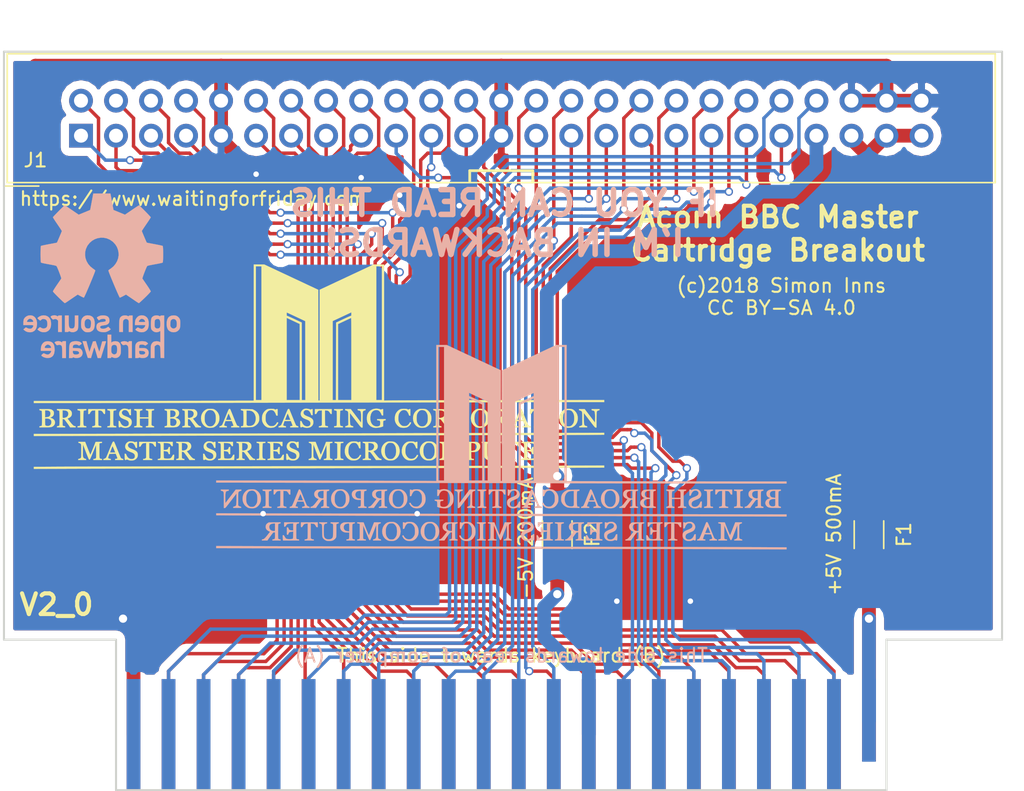
<source format=kicad_pcb>
(kicad_pcb (version 4) (host pcbnew 4.0.7)
  (title_block (title "Acorn Master Cartridge Breakout - Cartridge Header") (date 2018-05-21) (rev 2_0) (company https://www.waitingforfriday.com) (comment 1 "(c)2018 Simon Inns") (comment 2 "License: Attribution-ShareAlike (CC BY-SA 4.0)"))
  (layers (0 F.Cu signal) (31 B.Cu signal) (34 B.Paste user) (35 F.Paste user) (36 B.SilkS user) (37 F.SilkS user) (38 B.Mask user) (39 F.Mask user) (44 Edge.Cuts user))
  (net 0 "")
  (net 1 Edge_D0)
  (net 2 Edge_D1)
  (net 3 Edge_D2)
  (net 4 Edge_D4)
  (net 5 Edge_D5)
  (net 6 Edge_D6)
  (net 7 Edge_D7)
  (net 8 +5V)
  (net 9 GND)
  (net 10 Edge_A0)
  (net 11 Edge_A1)
  (net 12 Edge_A2)
  (net 13 Edge_A3)
  (net 14 Edge_A4)
  (net 15 Edge_A5)
  (net 16 Edge_A6)
  (net 17 Edge_A7)
  (net 18 Edge_A8)
  (net 19 Edge_A9)
  (net 20 Edge_A10)
  (net 21 Edge_A11)
  (net 22 Edge_A12)
  (net 23 Edge_A13)
  (net 24 Edge_PHI2)
  (net 25 Edge_8/16MHZ)
  (net 26 Edge_CS_R/~W)
  (net 27 Edge_R/~W~_~RDY)
  (net 28 Edge_~PGFC)
  (net 29 Edge_~PGFD)
  (net 30 Edge_~RST)
  (net 31 Edge_~NMI)
  (net 32 Edge_~IRQ)
  (net 33 Edge_ROM_~OE)
  (net 34 Edge_~CSYNC~/~MADET)
  (net 35 Edge_ROM_~QA)
  (net 36 Edge_ROM~STB~/CRTC~RST)
  (net 37 Edge_~OE2~/~LPSTB)
  (net 38 Edge_ADOUT)
  (net 39 Edge_ADIN/SPEECH)
  (net 40 -5V)
  (net 41 GNDA)
  (net 42 "Net-(F1-Pad2)")
  (net 43 "Net-(F2-Pad1)")
  (net 44 Edge_D3)
  (module Fuse_Holders_and_Fuses:Fuse_SMD1206_HandSoldering (layer F.Cu) (at 168.148 125.984 270)
    (fp_text reference F1 (at 0 -2.54 270) (layer F.SilkS))
    (fp_text value "Polyfuse 500mA")
    (pad 1 smd rect (at -2.09 0) (size 2.03 2.65) (layers F.Cu F.Paste F.Mask) (net 8 +5V))
    (pad 2 smd rect (at 2.09 0) (size 2.03 2.65) (layers F.Cu F.Paste F.Mask) (net 42 "Net-(F1-Pad2)"))
  )
  (module Fuse_Holders_and_Fuses:Fuse_SMD1206_HandSoldering (layer F.Cu) (at 145.542 125.984 90)
    (fp_text reference F2 (at 0 2.54 90) (layer F.SilkS))
    (fp_text value "Polyfuse 200mA")
    (pad 1 smd rect (at -2.09 0 180) (size 2.03 2.65) (layers F.Cu F.Paste F.Mask) (net 43 "Net-(F2-Pad1)"))
    (pad 2 smd rect (at 2.09 0 180) (size 2.03 2.65) (layers F.Cu F.Paste F.Mask) (net 40 -5V))
  )
  (module "Acorn Cartridge edge-connector:Acorn_Cartridge" (layer F.Cu) (at 141.478 140.462)
    (fp_text reference J2 hide)
    (fp_text value AcornCartridgeEdgeConnector)
    (fp_text user "This side towards rear of computer (A)" (at 0 -5.715) (layer B.SilkS) (effects (justify mirror)))
    (fp_text user "This side towards keyboard (B)" (at 0 -5.715) (layer F.SilkS))
    (pad 1B connect rect (at 26.67 -1.016) (size 1 6) (layers *.Mask F.Cu) (net 42 "Net-(F1-Pad2)"))
    (pad 2B connect rect (at 24.13 0) (size 1 8) (layers *.Mask F.Cu) (net 20 Edge_A10))
    (pad 3B connect rect (at 21.59 0) (size 1 8) (layers *.Mask F.Cu) (net 44 Edge_D3))
    (pad 4B connect rect (at 19.05 0) (size 1 8) (layers *.Mask F.Cu) (net 21 Edge_A11))
    (pad 5B connect rect (at 16.51 0) (size 1 8) (layers *.Mask F.Cu) (net 19 Edge_A9))
    (pad 6B connect rect (at 13.97 0) (size 1 8) (layers *.Mask F.Cu) (net 7 Edge_D7))
    (pad 7B connect rect (at 11.43 0) (size 1 8) (layers *.Mask F.Cu) (net 6 Edge_D6))
    (pad 8B connect rect (at 8.89 0) (size 1 8) (layers *.Mask F.Cu) (net 5 Edge_D5))
    (pad 9B connect rect (at 6.35 0) (size 1 8) (layers *.Mask F.Cu) (net 4 Edge_D4))
    (pad 10B connect rect (at 3.81 0) (size 1 8) (layers *.Mask F.Cu) (net 37 Edge_~OE2~/~LPSTB))
    (pad 11B connect rect (at 1.27 0) (size 1 8) (layers *.Mask F.Cu) (net 17 Edge_A7))
    (pad 12B connect rect (at -1.27 0) (size 1 8) (layers *.Mask F.Cu) (net 16 Edge_A6))
    (pad 13B connect rect (at -3.81 0) (size 1 8) (layers *.Mask F.Cu) (net 15 Edge_A5))
    (pad 14B connect rect (at -6.35 0) (size 1 8) (layers *.Mask F.Cu) (net 14 Edge_A4))
    (pad 15B connect rect (at -8.89 0) (size 1 8) (layers *.Mask F.Cu) (net 13 Edge_A3))
    (pad 16B connect rect (at -11.43 0) (size 1 8) (layers *.Mask F.Cu) (net 12 Edge_A2))
    (pad 17B connect rect (at -13.97 0) (size 1 8) (layers *.Mask F.Cu) (net 11 Edge_A1))
    (pad 18B connect rect (at -16.51 0) (size 1 8) (layers *.Mask F.Cu) (net 10 Edge_A0))
    (pad 19B connect rect (at -19.05 0) (size 1 8) (layers *.Mask F.Cu) (net 1 Edge_D0))
    (pad 20B connect rect (at -21.59 0) (size 1 8) (layers *.Mask F.Cu) (net 3 Edge_D2))
    (pad 21B connect rect (at -24.13 0) (size 1 8) (layers *.Mask F.Cu) (net 2 Edge_D1))
    (pad 22B connect rect (at -26.67 0) (size 1 8) (layers *.Mask F.Cu) (net 9 GND))
    (pad 1A connect rect (at 26.67 -1) (size 1 6) (layers *.Mask B.Cu) (net 42 "Net-(F1-Pad2)"))
    (pad 2A connect rect (at 24.13 0) (size 1 8) (layers *.Mask B.Cu) (net 33 Edge_ROM_~OE))
    (pad 3A connect rect (at 21.59 0) (size 1 8) (layers *.Mask B.Cu) (net 30 Edge_~RST))
    (pad 4A connect rect (at 19.05 0) (size 1 8) (layers *.Mask B.Cu) (net 26 Edge_CS_R/~W))
    (pad 5A connect rect (at 16.51 0) (size 1 8) (layers *.Mask B.Cu) (net 18 Edge_A8))
    (pad 6A connect rect (at 13.97 0) (size 1 8) (layers *.Mask B.Cu) (net 23 Edge_A13))
    (pad 7A connect rect (at 11.43 0) (size 1 8) (layers *.Mask B.Cu) (net 22 Edge_A12))
    (pad 8A connect rect (at 8.89 0) (size 1 8) (layers *.Mask B.Cu) (net 24 Edge_PHI2))
    (pad 9A connect rect (at 6.35 0) (size 1 8) (layers *.Mask B.Cu) (net 43 "Net-(F2-Pad1)"))
    (pad 10A connect rect (at 3.81 0) (size 1 8) (layers *.Mask B.Cu) (net 34 Edge_~CSYNC~/~MADET))
    (pad 11A connect rect (at 1.27 0) (size 1 8) (layers *.Mask B.Cu) (net 27 Edge_R/~W~_~RDY))
    (pad 12A connect rect (at -1.27 0) (size 1 8) (layers *.Mask B.Cu) (net 31 Edge_~NMI))
    (pad 13A connect rect (at -3.81 0) (size 1 8) (layers *.Mask B.Cu) (net 32 Edge_~IRQ))
    (pad 14A connect rect (at -6.35 0) (size 1 8) (layers *.Mask B.Cu) (net 28 Edge_~PGFC))
    (pad 15A connect rect (at -8.89 0) (size 1 8) (layers *.Mask B.Cu) (net 29 Edge_~PGFD))
    (pad 16A connect rect (at -11.43 0) (size 1 8) (layers *.Mask B.Cu) (net 35 Edge_ROM_~QA))
    (pad 17A connect rect (at -13.97 0) (size 1 8) (layers *.Mask B.Cu) (net 25 Edge_8/16MHZ))
    (pad 18A connect rect (at -16.51 0) (size 1 8) (layers *.Mask B.Cu) (net 36 Edge_ROM~STB~/CRTC~RST))
    (pad 19A connect rect (at -19.05 0) (size 1 8) (layers *.Mask B.Cu) (net 38 Edge_ADOUT))
    (pad 20A connect rect (at -21.59 0) (size 1 8) (layers *.Mask B.Cu) (net 41 GNDA))
    (pad 21A connect rect (at -24.13 0) (size 1 8) (layers *.Mask B.Cu) (net 39 Edge_ADIN/SPEECH))
    (pad 22A connect rect (at -26.67 0) (size 1 8) (layers *.Mask B.Cu) (net 9 GND))
  )
  (module Connectors_IDC:IDC-Header_2x25_Pitch2.54mm_Straight (layer F.Cu) (at 110.998 97.028 90)
    (fp_text reference J1 (at -1.778 -3.302 180) (layer F.SilkS))
    (fp_text value Conn_02x25_Odd_Even)
    (pad 1 thru_hole rect (at 0 0 90) (size 1.7272 1.7272) (drill 1.016) (layers *.Cu *.Mask) (net 1 Edge_D0))
    (pad 2 thru_hole oval (at 2.54 0 90) (size 1.7272 1.7272) (drill 1.016) (layers *.Cu *.Mask) (net 2 Edge_D1))
    (pad 3 thru_hole oval (at 0 2.54 90) (size 1.7272 1.7272) (drill 1.016) (layers *.Cu *.Mask) (net 3 Edge_D2))
    (pad 4 thru_hole oval (at 2.54 2.54 90) (size 1.7272 1.7272) (drill 1.016) (layers *.Cu *.Mask) (net 44 Edge_D3))
    (pad 5 thru_hole oval (at 0 5.08 90) (size 1.7272 1.7272) (drill 1.016) (layers *.Cu *.Mask) (net 4 Edge_D4))
    (pad 6 thru_hole oval (at 2.54 5.08 90) (size 1.7272 1.7272) (drill 1.016) (layers *.Cu *.Mask) (net 5 Edge_D5))
    (pad 7 thru_hole oval (at 0 7.62 90) (size 1.7272 1.7272) (drill 1.016) (layers *.Cu *.Mask) (net 6 Edge_D6))
    (pad 8 thru_hole oval (at 2.54 7.62 90) (size 1.7272 1.7272) (drill 1.016) (layers *.Cu *.Mask) (net 7 Edge_D7))
    (pad 9 thru_hole oval (at 0 10.16 90) (size 1.7272 1.7272) (drill 1.016) (layers *.Cu *.Mask) (net 9 GND))
    (pad 10 thru_hole oval (at 2.54 10.16 90) (size 1.7272 1.7272) (drill 1.016) (layers *.Cu *.Mask) (net 9 GND))
    (pad 11 thru_hole oval (at 0 12.7 90) (size 1.7272 1.7272) (drill 1.016) (layers *.Cu *.Mask) (net 10 Edge_A0))
    (pad 12 thru_hole oval (at 2.54 12.7 90) (size 1.7272 1.7272) (drill 1.016) (layers *.Cu *.Mask) (net 11 Edge_A1))
    (pad 13 thru_hole oval (at 0 15.24 90) (size 1.7272 1.7272) (drill 1.016) (layers *.Cu *.Mask) (net 12 Edge_A2))
    (pad 14 thru_hole oval (at 2.54 15.24 90) (size 1.7272 1.7272) (drill 1.016) (layers *.Cu *.Mask) (net 13 Edge_A3))
    (pad 15 thru_hole oval (at 0 17.78 90) (size 1.7272 1.7272) (drill 1.016) (layers *.Cu *.Mask) (net 14 Edge_A4))
    (pad 16 thru_hole oval (at 2.54 17.78 90) (size 1.7272 1.7272) (drill 1.016) (layers *.Cu *.Mask) (net 15 Edge_A5))
    (pad 17 thru_hole oval (at 0 20.32 90) (size 1.7272 1.7272) (drill 1.016) (layers *.Cu *.Mask) (net 16 Edge_A6))
    (pad 18 thru_hole oval (at 2.54 20.32 90) (size 1.7272 1.7272) (drill 1.016) (layers *.Cu *.Mask) (net 17 Edge_A7))
    (pad 19 thru_hole oval (at 0 22.86 90) (size 1.7272 1.7272) (drill 1.016) (layers *.Cu *.Mask) (net 18 Edge_A8))
    (pad 20 thru_hole oval (at 2.54 22.86 90) (size 1.7272 1.7272) (drill 1.016) (layers *.Cu *.Mask) (net 19 Edge_A9))
    (pad 21 thru_hole oval (at 0 25.4 90) (size 1.7272 1.7272) (drill 1.016) (layers *.Cu *.Mask) (net 20 Edge_A10))
    (pad 22 thru_hole oval (at 2.54 25.4 90) (size 1.7272 1.7272) (drill 1.016) (layers *.Cu *.Mask) (net 21 Edge_A11))
    (pad 23 thru_hole oval (at 0 27.94 90) (size 1.7272 1.7272) (drill 1.016) (layers *.Cu *.Mask) (net 22 Edge_A12))
    (pad 24 thru_hole oval (at 2.54 27.94 90) (size 1.7272 1.7272) (drill 1.016) (layers *.Cu *.Mask) (net 23 Edge_A13))
    (pad 25 thru_hole oval (at 0 30.48 90) (size 1.7272 1.7272) (drill 1.016) (layers *.Cu *.Mask) (net 9 GND))
    (pad 26 thru_hole oval (at 2.54 30.48 90) (size 1.7272 1.7272) (drill 1.016) (layers *.Cu *.Mask) (net 9 GND))
    (pad 27 thru_hole oval (at 0 33.02 90) (size 1.7272 1.7272) (drill 1.016) (layers *.Cu *.Mask) (net 24 Edge_PHI2))
    (pad 28 thru_hole oval (at 2.54 33.02 90) (size 1.7272 1.7272) (drill 1.016) (layers *.Cu *.Mask) (net 25 Edge_8/16MHZ))
    (pad 29 thru_hole oval (at 0 35.56 90) (size 1.7272 1.7272) (drill 1.016) (layers *.Cu *.Mask) (net 26 Edge_CS_R/~W))
    (pad 30 thru_hole oval (at 2.54 35.56 90) (size 1.7272 1.7272) (drill 1.016) (layers *.Cu *.Mask) (net 27 Edge_R/~W~_~RDY))
    (pad 31 thru_hole oval (at 0 38.1 90) (size 1.7272 1.7272) (drill 1.016) (layers *.Cu *.Mask) (net 28 Edge_~PGFC))
    (pad 32 thru_hole oval (at 2.54 38.1 90) (size 1.7272 1.7272) (drill 1.016) (layers *.Cu *.Mask) (net 29 Edge_~PGFD))
    (pad 33 thru_hole oval (at 0 40.64 90) (size 1.7272 1.7272) (drill 1.016) (layers *.Cu *.Mask) (net 30 Edge_~RST))
    (pad 34 thru_hole oval (at 2.54 40.64 90) (size 1.7272 1.7272) (drill 1.016) (layers *.Cu *.Mask) (net 31 Edge_~NMI))
    (pad 35 thru_hole oval (at 0 43.18 90) (size 1.7272 1.7272) (drill 1.016) (layers *.Cu *.Mask) (net 32 Edge_~IRQ))
    (pad 36 thru_hole oval (at 2.54 43.18 90) (size 1.7272 1.7272) (drill 1.016) (layers *.Cu *.Mask) (net 33 Edge_ROM_~OE))
    (pad 37 thru_hole oval (at 0 45.72 90) (size 1.7272 1.7272) (drill 1.016) (layers *.Cu *.Mask) (net 34 Edge_~CSYNC~/~MADET))
    (pad 38 thru_hole oval (at 2.54 45.72 90) (size 1.7272 1.7272) (drill 1.016) (layers *.Cu *.Mask) (net 35 Edge_ROM_~QA))
    (pad 39 thru_hole oval (at 0 48.26 90) (size 1.7272 1.7272) (drill 1.016) (layers *.Cu *.Mask) (net 36 Edge_ROM~STB~/CRTC~RST))
    (pad 40 thru_hole oval (at 2.54 48.26 90) (size 1.7272 1.7272) (drill 1.016) (layers *.Cu *.Mask) (net 37 Edge_~OE2~/~LPSTB))
    (pad 41 thru_hole oval (at 0 50.8 90) (size 1.7272 1.7272) (drill 1.016) (layers *.Cu *.Mask) (net 38 Edge_ADOUT))
    (pad 42 thru_hole oval (at 2.54 50.8 90) (size 1.7272 1.7272) (drill 1.016) (layers *.Cu *.Mask) (net 39 Edge_ADIN/SPEECH))
    (pad 43 thru_hole oval (at 0 53.34 90) (size 1.7272 1.7272) (drill 1.016) (layers *.Cu *.Mask) (net 40 -5V))
    (pad 44 thru_hole oval (at 2.54 53.34 90) (size 1.7272 1.7272) (drill 1.016) (layers *.Cu *.Mask) (net 41 GNDA))
    (pad 45 thru_hole oval (at 0 55.88 90) (size 1.7272 1.7272) (drill 1.016) (layers *.Cu *.Mask) (net 8 +5V))
    (pad 46 thru_hole oval (at 2.54 55.88 90) (size 1.7272 1.7272) (drill 1.016) (layers *.Cu *.Mask) (net 9 GND))
    (pad 47 thru_hole oval (at 0 58.42 90) (size 1.7272 1.7272) (drill 1.016) (layers *.Cu *.Mask) (net 8 +5V))
    (pad 48 thru_hole oval (at 2.54 58.42 90) (size 1.7272 1.7272) (drill 1.016) (layers *.Cu *.Mask) (net 9 GND))
    (pad 49 thru_hole oval (at 0 60.96 90) (size 1.7272 1.7272) (drill 1.016) (layers *.Cu *.Mask) (net 8 +5V))
    (pad 50 thru_hole oval (at 2.54 60.96 90) (size 1.7272 1.7272) (drill 1.016) (layers *.Cu *.Mask) (net 9 GND))
  )
  (module "Logo:Acorn Master Logo" (layer F.Cu) (at 128.27 113.792)
    (fp_text reference G*** hide)
    (fp_text value LOGO hide)
  )
  (module "Logo:Acorn Master Logo" (layer B.Cu) (at 141.478 119.634 180)
    (fp_text reference G*** hide)
    (fp_text value LOGO hide)
  )
  (module Symbols:OSHW-Logo_11.4x12mm_SilkScreen (layer B.Cu) (at 112.522 107.188 180)
    (fp_text reference REF*** hide)
    (fp_text value OSHW-Logo_11.4x12mm_SilkScreen hide)
  )
  (gr_line (start 139.192 99.568) (end 139.192 100.33) (angle 90) (layer F.SilkS) (width 0.2))
  (gr_line (start 143.764 99.568) (end 139.192 99.568) (angle 90) (layer F.SilkS) (width 0.2))
  (gr_line (start 143.764 100.33) (end 143.764 99.568) (angle 90) (layer F.SilkS) (width 0.2))
  (gr_line (start 105.41 133.604) (end 105.41 90.932) (angle 90) (layer Edge.Cuts) (width 0.15))
  (gr_line (start 113.538 133.604) (end 105.41 133.604) (angle 90) (layer Edge.Cuts) (width 0.15))
  (gr_line (start 113.538 144.526) (end 113.538 133.604) (angle 90) (layer Edge.Cuts) (width 0.15))
  (gr_line (start 169.418 144.526) (end 113.538 144.526) (angle 90) (layer Edge.Cuts) (width 0.15))
  (gr_line (start 169.418 133.604) (end 169.418 144.526) (angle 90) (layer Edge.Cuts) (width 0.15))
  (gr_line (start 177.8 133.604) (end 169.418 133.604) (angle 90) (layer Edge.Cuts) (width 0.15))
  (gr_line (start 177.8 90.932) (end 177.8 133.604) (angle 90) (layer Edge.Cuts) (width 0.15))
  (gr_line (start 105.41 90.932) (end 177.8 90.932) (angle 90) (layer Edge.Cuts) (width 0.15))
  (gr_text "-5V 200mA" (at 143.256 126.238 90) (layer F.SilkS) (effects (font (size 1 1))))
  (gr_text "+5V 500mA" (at 165.608 125.984 90) (layer F.SilkS) (effects (font (size 1 1))))
  (gr_text "(c)2018 Simon Inns\nCC BY-SA 4.0" (at 161.798 108.712) (layer F.SilkS) (effects (font (size 1 1))))
  (gr_text V2_0 (at 109.22 131.064) (layer F.SilkS) (effects (font (size 1.5 1.5) (thickness 0.3))))
  (gr_text https://www.waitingforfriday.com (at 119.126 101.6) (layer F.SilkS) (effects (font (size 1 1))))
  (gr_text "Acorn BBC Master\nCartridge Breakout" (at 161.544 104.14) (layer F.SilkS) (effects (font (size 1.5 1.5) (thickness 0.3))))
  (gr_text "IF YOU CAN READ THIS\nI'M IN BACKWARDS!" (at 141.732 103.378) (layer B.SilkS) (effects (font (size 1.8 1.8) (thickness 0.4)) (justify mirror)))
  (segment (start 124.968 106.68) (end 126.238 107.95) (width 0.25) (layer F.Cu) (net 1))
  (segment (start 126.238 107.95) (end 126.238 109.22) (width 0.25) (layer F.Cu) (net 1))
  (segment (start 124.714 106.426) (end 124.968 106.68) (width 0.25) (layer F.Cu) (net 1))
  (segment (start 122.428 140.462) (end 122.428 136.144) (width 0.25) (layer F.Cu) (net 1))
  (segment (start 124.714 135.636) (end 126.238 134.112) (width 0.25) (layer F.Cu) (net 1))
  (segment (start 126.238 134.112) (end 126.238 109.22) (width 0.25) (layer F.Cu) (net 1))
  (segment (start 123.19 135.636) (end 124.714 135.636) (width 0.25) (layer F.Cu) (net 1))
  (segment (start 122.936 135.636) (end 123.19 135.636) (width 0.25) (layer F.Cu) (net 1))
  (segment (start 122.428 136.144) (end 122.936 135.636) (width 0.25) (layer F.Cu) (net 1))
  (segment (start 120.142 101.854) (end 118.11 99.822) (width 0.25) (layer F.Cu) (net 1))
  (segment (start 118.11 99.822) (end 117.094 99.822) (width 0.25) (layer F.Cu) (net 1))
  (segment (start 124.714 106.426) (end 120.142 101.854) (width 0.25) (layer F.Cu) (net 1))
  (segment (start 116.078 98.806) (end 114.554 98.806) (width 0.25) (layer F.Cu) (net 1))
  (segment (start 117.094 99.822) (end 116.078 98.806) (width 0.25) (layer F.Cu) (net 1))
  (segment (start 112.776 98.806) (end 110.998 97.028) (width 0.25) (layer B.Cu) (net 1))
  (via (at 114.554 98.806) (size 0.6) (drill 0.4) (layers F.Cu B.Cu) (net 1))
  (segment (start 114.554 98.806) (end 112.776 98.806) (width 0.25) (layer B.Cu) (net 1))
  (segment (start 124.333 107.569) (end 125.222 108.458) (width 0.25) (layer F.Cu) (net 2))
  (segment (start 125.222 108.458) (end 125.222 109.22) (width 0.25) (layer F.Cu) (net 2))
  (segment (start 124.206 107.442) (end 124.333 107.569) (width 0.25) (layer F.Cu) (net 2))
  (segment (start 116.84 100.838) (end 116.643998 100.838) (width 0.25) (layer F.Cu) (net 2))
  (segment (start 116.643998 100.838) (end 115.881998 100.076) (width 0.25) (layer F.Cu) (net 2))
  (segment (start 115.881998 100.076) (end 113.284 100.076) (width 0.25) (layer F.Cu) (net 2))
  (segment (start 113.284 100.076) (end 112.268 99.06) (width 0.25) (layer F.Cu) (net 2))
  (segment (start 112.268 99.06) (end 112.268 95.758) (width 0.25) (layer F.Cu) (net 2))
  (segment (start 112.268 95.758) (end 110.998 94.488) (width 0.25) (layer F.Cu) (net 2))
  (segment (start 117.602 100.838) (end 116.84 100.838) (width 0.25) (layer F.Cu) (net 2))
  (segment (start 124.206 107.442) (end 117.602 100.838) (width 0.25) (layer F.Cu) (net 2))
  (segment (start 117.348 135.89) (end 118.618 134.62) (width 0.25) (layer F.Cu) (net 2))
  (segment (start 125.222 108.654002) (end 125.222 108.654002) (width 0.25) (layer F.Cu) (net 2))
  (segment (start 125.222 133.661998) (end 125.222 109.22) (width 0.25) (layer F.Cu) (net 2))
  (segment (start 125.222 109.22) (end 125.222 108.654002) (width 0.25) (layer F.Cu) (net 2))
  (segment (start 124.263998 134.62) (end 125.222 133.661998) (width 0.25) (layer F.Cu) (net 2))
  (segment (start 118.618 134.62) (end 124.263998 134.62) (width 0.25) (layer F.Cu) (net 2))
  (segment (start 117.348 140.462) (end 117.348 135.89) (width 0.25) (layer F.Cu) (net 2))
  (segment (start 124.46 106.934) (end 125.73 108.204) (width 0.25) (layer F.Cu) (net 3))
  (segment (start 124.46 106.934) (end 117.856 100.33) (width 0.25) (layer F.Cu) (net 3))
  (segment (start 117.856 100.33) (end 117.602 100.33) (width 0.25) (layer F.Cu) (net 3))
  (segment (start 125.73 108.458) (end 125.73 108.204) (width 0.25) (layer F.Cu) (net 3))
  (segment (start 119.888 136.144) (end 120.846002 135.185998) (width 0.25) (layer F.Cu) (net 3))
  (segment (start 125.73 133.858) (end 125.73 108.458) (width 0.25) (layer F.Cu) (net 3))
  (segment (start 124.402002 135.185998) (end 125.73 133.858) (width 0.25) (layer F.Cu) (net 3))
  (segment (start 120.846002 135.185998) (end 124.402002 135.185998) (width 0.25) (layer F.Cu) (net 3))
  (segment (start 119.888 140.462) (end 119.888 136.144) (width 0.25) (layer F.Cu) (net 3))
  (segment (start 116.84 100.33) (end 116.078 99.568) (width 0.25) (layer F.Cu) (net 3))
  (segment (start 116.078 99.568) (end 113.792 99.568) (width 0.25) (layer F.Cu) (net 3))
  (segment (start 113.792 99.568) (end 113.538 99.314) (width 0.25) (layer F.Cu) (net 3))
  (segment (start 117.602 100.33) (end 116.84 100.33) (width 0.25) (layer F.Cu) (net 3))
  (segment (start 113.538 99.314) (end 113.538 97.028) (width 0.25) (layer F.Cu) (net 3))
  (segment (start 133.038002 133.35) (end 133.038002 133.292002) (width 0.25) (layer F.Cu) (net 4))
  (segment (start 133.038002 133.292002) (end 130.81 131.064) (width 0.25) (layer F.Cu) (net 4))
  (segment (start 146.812 135.382) (end 146.304 134.874) (width 0.25) (layer F.Cu) (net 4))
  (segment (start 146.304 134.874) (end 140.208 134.874) (width 0.25) (layer F.Cu) (net 4))
  (segment (start 120.65 100.838) (end 118.618 98.806) (width 0.25) (layer F.Cu) (net 4))
  (segment (start 118.618 98.806) (end 117.856 98.806) (width 0.25) (layer F.Cu) (net 4))
  (segment (start 120.904 101.092) (end 120.65 100.838) (width 0.25) (layer F.Cu) (net 4))
  (segment (start 124.968 104.902) (end 124.714 104.902) (width 0.25) (layer F.Cu) (net 4))
  (segment (start 124.714 104.902) (end 120.904 101.092) (width 0.25) (layer F.Cu) (net 4))
  (segment (start 124.996999 104.902) (end 124.968 104.902) (width 0.25) (layer F.Cu) (net 4))
  (segment (start 125.984 104.902) (end 124.996999 104.902) (width 0.25) (layer F.Cu) (net 4))
  (segment (start 117.856 98.806) (end 116.078 97.028) (width 0.25) (layer F.Cu) (net 4))
  (segment (start 130.81 119.38) (end 130.81 131.064) (width 0.25) (layer F.Cu) (net 4))
  (segment (start 139.192 133.858) (end 140.208 134.874) (width 0.25) (layer F.Cu) (net 4))
  (segment (start 133.546002 133.858) (end 139.192 133.858) (width 0.25) (layer F.Cu) (net 4))
  (segment (start 133.038002 133.35) (end 133.546002 133.858) (width 0.25) (layer F.Cu) (net 4))
  (via (at 131.064 104.902) (size 0.6) (drill 0.4) (layers F.Cu B.Cu) (net 4))
  (segment (start 130.81 105.156) (end 131.064 104.902) (width 0.25) (layer F.Cu) (net 4))
  (segment (start 130.81 119.38) (end 130.81 105.156) (width 0.25) (layer F.Cu) (net 4))
  (via (at 125.984 104.902) (size 0.6) (drill 0.4) (layers F.Cu B.Cu) (net 4))
  (segment (start 131.064 104.902) (end 125.984 104.902) (width 0.25) (layer B.Cu) (net 4))
  (segment (start 147.828 140.462) (end 147.828 136.398) (width 0.25) (layer F.Cu) (net 4))
  (segment (start 147.828 136.398) (end 146.812 135.382) (width 0.25) (layer F.Cu) (net 4))
  (segment (start 133.35 132.842) (end 131.260002 130.752002) (width 0.25) (layer F.Cu) (net 5))
  (segment (start 147.066 134.874) (end 146.558 134.366) (width 0.25) (layer F.Cu) (net 5))
  (segment (start 146.558 134.366) (end 140.404002 134.366) (width 0.25) (layer F.Cu) (net 5))
  (segment (start 120.904 100.33) (end 118.872 98.298) (width 0.25) (layer F.Cu) (net 5))
  (segment (start 118.872 98.298) (end 118.618 98.298) (width 0.25) (layer F.Cu) (net 5))
  (segment (start 124.968 104.14) (end 124.714 104.14) (width 0.25) (layer F.Cu) (net 5))
  (segment (start 124.714 104.14) (end 120.904 100.33) (width 0.25) (layer F.Cu) (net 5))
  (segment (start 125.476 104.14) (end 124.968 104.14) (width 0.25) (layer F.Cu) (net 5))
  (segment (start 118.618 98.298) (end 118.11 98.298) (width 0.25) (layer F.Cu) (net 5))
  (segment (start 117.348 97.536) (end 117.348 95.758) (width 0.25) (layer F.Cu) (net 5))
  (segment (start 118.11 98.298) (end 117.348 97.536) (width 0.25) (layer F.Cu) (net 5))
  (segment (start 117.348 95.758) (end 116.078 94.488) (width 0.25) (layer F.Cu) (net 5))
  (segment (start 131.260002 118.814002) (end 131.260002 130.752002) (width 0.25) (layer F.Cu) (net 5))
  (segment (start 139.388002 133.35) (end 140.404002 134.366) (width 0.25) (layer F.Cu) (net 5))
  (segment (start 133.858 133.35) (end 139.388002 133.35) (width 0.25) (layer F.Cu) (net 5))
  (segment (start 133.35 132.842) (end 133.858 133.35) (width 0.25) (layer F.Cu) (net 5))
  (via (at 132.08 104.14) (size 0.6) (drill 0.4) (layers F.Cu B.Cu) (net 5))
  (segment (start 132.08 104.902) (end 132.08 104.14) (width 0.25) (layer F.Cu) (net 5))
  (segment (start 131.260002 105.721998) (end 132.08 104.902) (width 0.25) (layer F.Cu) (net 5))
  (segment (start 131.260002 118.814002) (end 131.260002 105.721998) (width 0.25) (layer F.Cu) (net 5))
  (via (at 125.476 104.14) (size 0.6) (drill 0.4) (layers F.Cu B.Cu) (net 5))
  (segment (start 132.08 104.14) (end 125.476 104.14) (width 0.25) (layer B.Cu) (net 5))
  (segment (start 147.066 134.874) (end 148.082 135.89) (width 0.25) (layer F.Cu) (net 5))
  (segment (start 149.86 135.89) (end 150.368 136.398) (width 0.25) (layer F.Cu) (net 5))
  (segment (start 148.082 135.89) (end 149.86 135.89) (width 0.25) (layer F.Cu) (net 5))
  (segment (start 150.368 140.462) (end 150.368 136.398) (width 0.25) (layer F.Cu) (net 5))
  (segment (start 133.604 132.391998) (end 133.604 132.334) (width 0.25) (layer F.Cu) (net 6))
  (segment (start 133.604 132.334) (end 131.826 130.556) (width 0.25) (layer F.Cu) (net 6))
  (segment (start 147.291001 134.394999) (end 146.754002 133.858) (width 0.25) (layer F.Cu) (net 6))
  (segment (start 146.754002 133.858) (end 140.716 133.858) (width 0.25) (layer F.Cu) (net 6))
  (segment (start 119.634 98.298) (end 118.618 97.282) (width 0.25) (layer F.Cu) (net 6))
  (segment (start 121.158 99.822) (end 119.634 98.298) (width 0.25) (layer F.Cu) (net 6))
  (segment (start 124.996999 103.378) (end 124.714 103.378) (width 0.25) (layer F.Cu) (net 6))
  (segment (start 124.714 103.378) (end 121.158 99.822) (width 0.25) (layer F.Cu) (net 6))
  (segment (start 125.984 103.378) (end 124.996999 103.378) (width 0.25) (layer F.Cu) (net 6))
  (segment (start 131.826 118.364) (end 131.826 130.556) (width 0.25) (layer F.Cu) (net 6))
  (segment (start 139.757998 132.899998) (end 140.716 133.858) (width 0.25) (layer F.Cu) (net 6))
  (segment (start 134.112 132.899998) (end 139.757998 132.899998) (width 0.25) (layer F.Cu) (net 6))
  (segment (start 133.604 132.391998) (end 134.112 132.899998) (width 0.25) (layer F.Cu) (net 6))
  (via (at 132.842 103.378) (size 0.6) (drill 0.4) (layers F.Cu B.Cu) (net 6))
  (segment (start 132.842 104.902) (end 132.842 103.378) (width 0.25) (layer F.Cu) (net 6))
  (segment (start 131.826 105.918) (end 132.842 104.902) (width 0.25) (layer F.Cu) (net 6))
  (segment (start 131.826 118.364) (end 131.826 105.918) (width 0.25) (layer F.Cu) (net 6))
  (via (at 125.984 103.378) (size 0.6) (drill 0.4) (layers F.Cu B.Cu) (net 6))
  (segment (start 132.842 103.378) (end 125.984 103.378) (width 0.25) (layer B.Cu) (net 6))
  (segment (start 118.618 97.282) (end 118.618 97.028) (width 0.25) (layer F.Cu) (net 6))
  (segment (start 152.4 135.382) (end 152.908 135.89) (width 0.25) (layer F.Cu) (net 6))
  (segment (start 148.278002 135.382) (end 152.4 135.382) (width 0.25) (layer F.Cu) (net 6))
  (segment (start 147.291001 134.394999) (end 148.278002 135.382) (width 0.25) (layer F.Cu) (net 6))
  (segment (start 152.908 140.462) (end 152.908 135.89) (width 0.25) (layer F.Cu) (net 6))
  (segment (start 133.858 131.826) (end 132.334 130.302) (width 0.25) (layer F.Cu) (net 7))
  (segment (start 119.888 97.79) (end 121.412 99.314) (width 0.25) (layer F.Cu) (net 7))
  (segment (start 121.666 99.568) (end 121.412 99.314) (width 0.25) (layer F.Cu) (net 7))
  (segment (start 124.968 102.616) (end 124.714 102.616) (width 0.25) (layer F.Cu) (net 7))
  (segment (start 124.714 102.616) (end 121.666 99.568) (width 0.25) (layer F.Cu) (net 7))
  (segment (start 125.476 102.616) (end 124.968 102.616) (width 0.25) (layer F.Cu) (net 7))
  (segment (start 132.334 117.602) (end 132.334 130.302) (width 0.25) (layer F.Cu) (net 7))
  (segment (start 154.432 134.874) (end 155.448 135.89) (width 0.25) (layer F.Cu) (net 7))
  (segment (start 148.59 134.874) (end 154.432 134.874) (width 0.25) (layer F.Cu) (net 7))
  (segment (start 147.066 133.35) (end 148.59 134.874) (width 0.25) (layer F.Cu) (net 7))
  (segment (start 140.97 133.35) (end 147.066 133.35) (width 0.25) (layer F.Cu) (net 7))
  (segment (start 139.954 132.334) (end 140.97 133.35) (width 0.25) (layer F.Cu) (net 7))
  (segment (start 134.366 132.334) (end 139.954 132.334) (width 0.25) (layer F.Cu) (net 7))
  (segment (start 133.858 131.826) (end 134.366 132.334) (width 0.25) (layer F.Cu) (net 7))
  (via (at 133.604 102.616) (size 0.6) (drill 0.4) (layers F.Cu B.Cu) (net 7))
  (segment (start 133.604 104.902) (end 133.604 102.616) (width 0.25) (layer F.Cu) (net 7))
  (segment (start 132.334 106.172) (end 133.604 104.902) (width 0.25) (layer F.Cu) (net 7))
  (segment (start 132.334 117.602) (end 132.334 106.172) (width 0.25) (layer F.Cu) (net 7))
  (segment (start 155.448 140.462) (end 155.448 135.89) (width 0.25) (layer F.Cu) (net 7))
  (via (at 125.476 102.616) (size 0.6) (drill 0.4) (layers F.Cu B.Cu) (net 7))
  (segment (start 133.604 102.616) (end 125.476 102.616) (width 0.25) (layer B.Cu) (net 7))
  (segment (start 119.888 95.758) (end 118.618 94.488) (width 0.25) (layer F.Cu) (net 7))
  (segment (start 119.888 97.79) (end 119.888 95.758) (width 0.25) (layer F.Cu) (net 7))
  (segment (start 171.958 97.028) (end 169.418 97.028) (width 1) (layer F.Cu) (net 8))
  (segment (start 166.878 97.028) (end 166.878 97.282) (width 1) (layer F.Cu) (net 8))
  (segment (start 166.878 97.282) (end 168.148 98.552) (width 1) (layer F.Cu) (net 8))
  (segment (start 168.148 123.894) (end 168.148 98.552) (width 1) (layer F.Cu) (net 8))
  (segment (start 168.148 98.552) (end 168.148 98.298) (width 1) (layer F.Cu) (net 8))
  (segment (start 168.148 98.298) (end 169.418 97.028) (width 1) (layer F.Cu) (net 8))
  (segment (start 121.158 97.028) (end 121.158 97.282) (width 1) (layer F.Cu) (net 9))
  (segment (start 121.158 97.282) (end 123.698 99.822) (width 1) (layer F.Cu) (net 9))
  (segment (start 137.668 101.346) (end 138.43 102.108) (width 1) (layer B.Cu) (net 9))
  (segment (start 134.112 101.346) (end 137.668 101.346) (width 1) (layer B.Cu) (net 9))
  (via (at 134.112 101.346) (size 0.6) (drill 0.4) (layers F.Cu B.Cu) (net 9))
  (segment (start 132.842 100.076) (end 134.112 101.346) (width 1) (layer F.Cu) (net 9))
  (segment (start 131.318 100.076) (end 132.842 100.076) (width 1) (layer F.Cu) (net 9))
  (via (at 131.318 100.076) (size 0.6) (drill 0.4) (layers F.Cu B.Cu) (net 9))
  (segment (start 123.952 100.076) (end 131.318 100.076) (width 1) (layer B.Cu) (net 9))
  (segment (start 123.698 99.822) (end 123.952 100.076) (width 1) (layer B.Cu) (net 9))
  (via (at 123.698 99.822) (size 0.6) (drill 0.4) (layers F.Cu B.Cu) (net 9))
  (segment (start 171.958 94.488) (end 174.498 94.488) (width 1) (layer B.Cu) (net 9))
  (via (at 149.86 130.81) (size 0.6) (drill 0.4) (layers F.Cu B.Cu) (net 9))
  (segment (start 155.194 130.81) (end 149.86 130.81) (width 1) (layer F.Cu) (net 9))
  (via (at 155.194 130.81) (size 0.6) (drill 0.4) (layers F.Cu B.Cu) (net 9))
  (segment (start 174.244 130.81) (end 155.194 130.81) (width 1) (layer B.Cu) (net 9))
  (segment (start 176.276 128.778) (end 174.244 130.81) (width 1) (layer B.Cu) (net 9))
  (segment (start 176.276 96.266) (end 176.276 128.778) (width 1) (layer B.Cu) (net 9))
  (segment (start 174.498 94.488) (end 176.276 96.266) (width 1) (layer B.Cu) (net 9))
  (segment (start 106.68 124.46) (end 124.206 124.46) (width 1) (layer F.Cu) (net 9))
  (segment (start 139.192 99.314) (end 141.478 97.028) (width 1) (layer B.Cu) (net 9))
  (segment (start 139.192 101.346) (end 139.192 99.314) (width 1) (layer B.Cu) (net 9))
  (segment (start 138.43 102.108) (end 139.192 101.346) (width 1) (layer B.Cu) (net 9))
  (via (at 138.43 102.108) (size 0.6) (drill 0.4) (layers F.Cu B.Cu) (net 9))
  (segment (start 136.398 104.14) (end 138.43 102.108) (width 1) (layer F.Cu) (net 9))
  (segment (start 136.398 123.444) (end 136.398 104.14) (width 1) (layer F.Cu) (net 9))
  (segment (start 135.382 124.46) (end 136.398 123.444) (width 1) (layer F.Cu) (net 9))
  (via (at 135.382 124.46) (size 0.6) (drill 0.4) (layers F.Cu B.Cu) (net 9))
  (segment (start 124.206 124.46) (end 135.382 124.46) (width 1) (layer B.Cu) (net 9))
  (via (at 124.206 124.46) (size 0.6) (drill 0.4) (layers F.Cu B.Cu) (net 9))
  (segment (start 114.808 140.462) (end 114.808 132.842) (width 1) (layer F.Cu) (net 9))
  (segment (start 114.808 132.842) (end 114.046 132.08) (width 1) (layer F.Cu) (net 9))
  (via (at 114.046 132.08) (size 0.8) (drill 0.6) (layers F.Cu B.Cu) (net 9))
  (segment (start 107.442 132.08) (end 106.68 131.318) (width 1) (layer F.Cu) (net 9))
  (segment (start 121.158 97.028) (end 121.158 94.488) (width 1) (layer F.Cu) (net 9))
  (segment (start 121.158 94.488) (end 121.158 91.948) (width 1) (layer F.Cu) (net 9))
  (segment (start 169.418 94.488) (end 169.418 91.948) (width 1) (layer F.Cu) (net 9))
  (segment (start 171.958 94.488) (end 169.418 94.488) (width 1) (layer F.Cu) (net 9))
  (segment (start 169.418 94.488) (end 166.878 94.488) (width 1) (layer F.Cu) (net 9))
  (segment (start 141.478 97.028) (end 141.478 94.488) (width 1) (layer F.Cu) (net 9))
  (segment (start 141.478 94.488) (end 141.478 91.948) (width 1) (layer F.Cu) (net 9))
  (segment (start 107.696 91.948) (end 121.158 91.948) (width 1) (layer F.Cu) (net 9))
  (segment (start 121.158 91.948) (end 141.478 91.948) (width 1) (layer F.Cu) (net 9))
  (segment (start 141.478 91.948) (end 169.418 91.948) (width 1) (layer F.Cu) (net 9))
  (segment (start 106.68 92.964) (end 107.696 91.948) (width 1) (layer F.Cu) (net 9))
  (segment (start 106.68 131.318) (end 106.68 124.46) (width 1) (layer F.Cu) (net 9))
  (segment (start 106.68 124.46) (end 106.68 92.964) (width 1) (layer F.Cu) (net 9))
  (segment (start 114.046 132.08) (end 107.442 132.08) (width 1) (layer F.Cu) (net 9))
  (segment (start 114.808 132.842) (end 114.046 132.08) (width 1) (layer F.Cu) (net 9))
  (segment (start 126.746 122.428) (end 126.746 134.366) (width 0.25) (layer F.Cu) (net 10))
  (segment (start 124.968 136.144) (end 124.968 140.462) (width 0.25) (layer F.Cu) (net 10))
  (segment (start 126.746 134.366) (end 124.968 136.144) (width 0.25) (layer F.Cu) (net 10))
  (segment (start 125.222 98.806) (end 123.698 97.282) (width 0.25) (layer F.Cu) (net 10))
  (segment (start 126.295998 98.806) (end 125.222 98.806) (width 0.25) (layer F.Cu) (net 10))
  (segment (start 126.746 99.256002) (end 126.295998 98.806) (width 0.25) (layer F.Cu) (net 10))
  (segment (start 126.746 122.428) (end 126.746 99.256002) (width 0.25) (layer F.Cu) (net 10))
  (segment (start 123.698 97.282) (end 123.698 97.028) (width 0.25) (layer F.Cu) (net 10))
  (segment (start 127.254 123.19) (end 127.254 140.208) (width 0.25) (layer F.Cu) (net 11))
  (segment (start 127.254 140.208) (end 127.508 140.462) (width 0.25) (layer F.Cu) (net 11))
  (segment (start 127.254 123.19) (end 127.254 99.06) (width 0.25) (layer F.Cu) (net 11))
  (segment (start 125.476 98.298) (end 124.968 97.79) (width 0.25) (layer F.Cu) (net 11))
  (segment (start 126.492 98.298) (end 125.476 98.298) (width 0.25) (layer F.Cu) (net 11))
  (segment (start 127.254 99.06) (end 126.492 98.298) (width 0.25) (layer F.Cu) (net 11))
  (segment (start 124.968 95.758) (end 123.698 94.488) (width 0.25) (layer F.Cu) (net 11))
  (segment (start 124.968 97.79) (end 124.968 95.758) (width 0.25) (layer F.Cu) (net 11))
  (segment (start 130.048 136.398) (end 130.048 134.874) (width 0.25) (layer F.Cu) (net 12))
  (segment (start 130.048 134.874) (end 127.762 132.588) (width 0.25) (layer F.Cu) (net 12))
  (segment (start 127.762 122.682) (end 127.762 132.588) (width 0.25) (layer F.Cu) (net 12))
  (segment (start 127.762 98.806) (end 126.746 97.79) (width 0.25) (layer F.Cu) (net 12))
  (segment (start 126.746 97.79) (end 126.746 97.536) (width 0.25) (layer F.Cu) (net 12))
  (segment (start 127.762 122.682) (end 127.762 98.806) (width 0.25) (layer F.Cu) (net 12))
  (segment (start 130.048 136.398) (end 130.048 140.462) (width 0.25) (layer F.Cu) (net 12))
  (segment (start 126.746 97.536) (end 126.238 97.028) (width 0.25) (layer F.Cu) (net 12))
  (segment (start 131.826 135.89) (end 128.27 132.334) (width 0.25) (layer F.Cu) (net 13))
  (segment (start 128.27 122.174) (end 128.27 132.334) (width 0.25) (layer F.Cu) (net 13))
  (segment (start 131.826 135.89) (end 132.588 136.652) (width 0.25) (layer F.Cu) (net 13))
  (segment (start 132.588 136.652) (end 132.588 140.462) (width 0.25) (layer F.Cu) (net 13))
  (segment (start 128.27 122.174) (end 128.27 98.552) (width 0.25) (layer F.Cu) (net 13))
  (segment (start 128.27 98.552) (end 127.508 97.79) (width 0.25) (layer F.Cu) (net 13))
  (segment (start 127.508 95.758) (end 126.238 94.488) (width 0.25) (layer F.Cu) (net 13))
  (segment (start 127.508 97.79) (end 127.508 95.758) (width 0.25) (layer F.Cu) (net 13))
  (segment (start 132.08 135.383398) (end 132.08 135.382) (width 0.25) (layer F.Cu) (net 14))
  (segment (start 132.08 135.382) (end 128.778 132.08) (width 0.25) (layer F.Cu) (net 14))
  (segment (start 132.08 135.383398) (end 132.081398 135.383398) (width 0.25) (layer F.Cu) (net 14))
  (segment (start 128.778 121.666) (end 128.778 132.08) (width 0.25) (layer F.Cu) (net 14))
  (segment (start 134.62 135.89) (end 135.128 136.398) (width 0.25) (layer F.Cu) (net 14))
  (segment (start 132.588 135.89) (end 134.62 135.89) (width 0.25) (layer F.Cu) (net 14))
  (segment (start 132.081398 135.383398) (end 132.588 135.89) (width 0.25) (layer F.Cu) (net 14))
  (segment (start 135.128 140.462) (end 135.128 136.398) (width 0.25) (layer F.Cu) (net 14))
  (segment (start 128.778 121.666) (end 128.778 97.028) (width 0.25) (layer F.Cu) (net 14))
  (segment (start 132.334 134.874) (end 129.286 131.826) (width 0.25) (layer F.Cu) (net 15))
  (segment (start 129.286 121.158) (end 129.286 131.826) (width 0.25) (layer F.Cu) (net 15))
  (segment (start 136.652 135.382) (end 137.668 136.398) (width 0.25) (layer F.Cu) (net 15))
  (segment (start 132.842 135.382) (end 136.652 135.382) (width 0.25) (layer F.Cu) (net 15))
  (segment (start 132.334 134.874) (end 132.842 135.382) (width 0.25) (layer F.Cu) (net 15))
  (segment (start 129.286 98.552) (end 130.048 97.79) (width 0.25) (layer F.Cu) (net 15))
  (segment (start 129.286 121.158) (end 129.286 98.552) (width 0.25) (layer F.Cu) (net 15))
  (segment (start 137.668 140.462) (end 137.668 136.398) (width 0.25) (layer F.Cu) (net 15))
  (segment (start 130.048 95.758) (end 128.778 94.488) (width 0.25) (layer F.Cu) (net 15))
  (segment (start 130.048 97.79) (end 130.048 95.758) (width 0.25) (layer F.Cu) (net 15))
  (segment (start 132.588 134.366) (end 129.794 131.572) (width 0.25) (layer F.Cu) (net 16))
  (segment (start 129.794 120.65) (end 129.794 131.572) (width 0.25) (layer F.Cu) (net 16))
  (segment (start 138.684 134.874) (end 140.208 136.398) (width 0.25) (layer F.Cu) (net 16))
  (segment (start 133.096 134.874) (end 138.684 134.874) (width 0.25) (layer F.Cu) (net 16))
  (segment (start 132.588 134.366) (end 133.096 134.874) (width 0.25) (layer F.Cu) (net 16))
  (segment (start 130.556 97.79) (end 131.318 97.028) (width 0.25) (layer F.Cu) (net 16))
  (segment (start 130.556 98.044) (end 130.556 97.79) (width 0.25) (layer F.Cu) (net 16))
  (segment (start 129.794 98.806) (end 130.556 98.044) (width 0.25) (layer F.Cu) (net 16))
  (segment (start 129.794 120.65) (end 129.794 98.806) (width 0.25) (layer F.Cu) (net 16))
  (segment (start 140.208 140.462) (end 140.208 136.398) (width 0.25) (layer F.Cu) (net 16))
  (segment (start 130.302 130.302) (end 130.302 131.318) (width 0.25) (layer F.Cu) (net 17))
  (segment (start 130.302 131.318) (end 131.318 132.334) (width 0.25) (layer F.Cu) (net 17))
  (segment (start 132.842 133.858) (end 131.318 132.334) (width 0.25) (layer F.Cu) (net 17))
  (segment (start 131.318 132.334) (end 130.302 131.318) (width 0.25) (layer F.Cu) (net 17))
  (segment (start 130.302 119.888) (end 130.302 130.302) (width 0.25) (layer F.Cu) (net 17))
  (segment (start 132.08 98.298) (end 132.588 97.79) (width 0.25) (layer F.Cu) (net 17))
  (segment (start 131.064 98.298) (end 132.08 98.298) (width 0.25) (layer F.Cu) (net 17))
  (segment (start 130.302 99.06) (end 131.064 98.298) (width 0.25) (layer F.Cu) (net 17))
  (segment (start 130.302 119.888) (end 130.302 99.06) (width 0.25) (layer F.Cu) (net 17))
  (segment (start 132.588 95.758) (end 131.318 94.488) (width 0.25) (layer F.Cu) (net 17))
  (segment (start 132.588 97.79) (end 132.588 95.758) (width 0.25) (layer F.Cu) (net 17))
  (segment (start 142.24 135.89) (end 142.748 136.398) (width 0.25) (layer F.Cu) (net 17))
  (segment (start 140.462 135.89) (end 142.24 135.89) (width 0.25) (layer F.Cu) (net 17))
  (segment (start 138.938 134.366) (end 140.462 135.89) (width 0.25) (layer F.Cu) (net 17))
  (segment (start 133.35 134.366) (end 138.938 134.366) (width 0.25) (layer F.Cu) (net 17))
  (segment (start 132.842 133.858) (end 133.35 134.366) (width 0.25) (layer F.Cu) (net 17))
  (segment (start 142.748 140.462) (end 142.748 136.398) (width 0.25) (layer F.Cu) (net 17))
  (segment (start 152.654 134.366) (end 152.342002 134.054002) (width 0.25) (layer B.Cu) (net 18))
  (segment (start 152.342002 121.469998) (end 152.654 121.158) (width 0.25) (layer B.Cu) (net 18))
  (segment (start 152.342002 134.054002) (end 152.342002 121.469998) (width 0.25) (layer B.Cu) (net 18))
  (segment (start 143.764 120.904) (end 142.24 119.38) (width 0.25) (layer F.Cu) (net 18))
  (segment (start 133.858 98.298) (end 133.858 97.028) (width 0.25) (layer B.Cu) (net 18))
  (segment (start 135.636 100.076) (end 133.858 98.298) (width 0.25) (layer B.Cu) (net 18))
  (segment (start 136.906 100.076) (end 135.636 100.076) (width 0.25) (layer B.Cu) (net 18))
  (via (at 136.906 100.076) (size 0.6) (drill 0.4) (layers F.Cu B.Cu) (net 18))
  (segment (start 139.446 100.076) (end 136.906 100.076) (width 0.25) (layer F.Cu) (net 18))
  (segment (start 142.24 102.87) (end 139.446 100.076) (width 0.25) (layer F.Cu) (net 18))
  (segment (start 142.24 119.38) (end 142.24 102.87) (width 0.25) (layer F.Cu) (net 18))
  (segment (start 157.988 135.636) (end 157.988 140.462) (width 0.25) (layer B.Cu) (net 18))
  (segment (start 157.48 135.128) (end 157.988 135.636) (width 0.25) (layer B.Cu) (net 18))
  (segment (start 153.416 135.128) (end 157.48 135.128) (width 0.25) (layer B.Cu) (net 18))
  (segment (start 152.654 134.366) (end 153.416 135.128) (width 0.25) (layer B.Cu) (net 18))
  (segment (start 152.654 121.158) (end 150.876 121.158) (width 0.25) (layer F.Cu) (net 18))
  (segment (start 150.876 121.158) (end 150.622 120.904) (width 0.25) (layer F.Cu) (net 18))
  (segment (start 150.622 120.904) (end 143.764 120.904) (width 0.25) (layer F.Cu) (net 18))
  (segment (start 152.654 121.158) (end 152.654 121.158) (width 0.25) (layer F.Cu) (net 18))
  (via (at 152.654 121.158) (size 0.6) (drill 0.4) (layers F.Cu B.Cu) (net 18))
  (segment (start 134.112 131.318) (end 132.842 130.048) (width 0.25) (layer F.Cu) (net 19))
  (segment (start 134.112 105.156) (end 134.112 103.124) (width 0.25) (layer F.Cu) (net 19))
  (segment (start 134.112 103.124) (end 135.128 102.108) (width 0.25) (layer F.Cu) (net 19))
  (segment (start 157.988 140.462) (end 157.988 135.89) (width 0.25) (layer F.Cu) (net 19))
  (segment (start 135.128 95.758) (end 133.858 94.488) (width 0.25) (layer F.Cu) (net 19))
  (segment (start 135.128 102.108) (end 135.128 95.758) (width 0.25) (layer F.Cu) (net 19))
  (segment (start 132.842 106.426) (end 134.112 105.156) (width 0.25) (layer F.Cu) (net 19))
  (segment (start 132.842 130.048) (end 132.842 106.426) (width 0.25) (layer F.Cu) (net 19))
  (segment (start 134.677998 131.883998) (end 134.112 131.318) (width 0.25) (layer F.Cu) (net 19))
  (segment (start 140.265998 131.883998) (end 134.677998 131.883998) (width 0.25) (layer F.Cu) (net 19))
  (segment (start 141.224 132.842) (end 140.265998 131.883998) (width 0.25) (layer F.Cu) (net 19))
  (segment (start 147.32 132.842) (end 141.224 132.842) (width 0.25) (layer F.Cu) (net 19))
  (segment (start 148.901998 134.423998) (end 147.32 132.842) (width 0.25) (layer F.Cu) (net 19))
  (segment (start 156.521998 134.423998) (end 148.901998 134.423998) (width 0.25) (layer F.Cu) (net 19))
  (segment (start 157.988 135.89) (end 156.521998 134.423998) (width 0.25) (layer F.Cu) (net 19))
  (segment (start 157.48 132.899998) (end 159.200002 134.62) (width 0.25) (layer F.Cu) (net 20))
  (segment (start 164.338 134.62) (end 165.608 135.89) (width 0.25) (layer F.Cu) (net 20))
  (segment (start 159.200002 134.62) (end 164.338 134.62) (width 0.25) (layer F.Cu) (net 20))
  (segment (start 136.144 102.616) (end 136.144 99.568) (width 0.25) (layer F.Cu) (net 20))
  (segment (start 136.144 99.568) (end 136.398 99.314) (width 0.25) (layer F.Cu) (net 20))
  (segment (start 135.128 105.664) (end 135.128 103.632) (width 0.25) (layer F.Cu) (net 20))
  (segment (start 135.128 103.632) (end 136.144 102.616) (width 0.25) (layer F.Cu) (net 20))
  (segment (start 165.608 140.462) (end 165.608 135.89) (width 0.25) (layer F.Cu) (net 20))
  (segment (start 136.398 99.314) (end 136.398 97.028) (width 0.25) (layer B.Cu) (net 20))
  (via (at 136.398 99.314) (size 0.6) (drill 0.4) (layers F.Cu B.Cu) (net 20))
  (segment (start 134.874 105.918) (end 135.128 105.664) (width 0.25) (layer F.Cu) (net 20))
  (segment (start 134.874 107.188) (end 134.874 105.918) (width 0.25) (layer F.Cu) (net 20))
  (segment (start 134.366 107.696) (end 134.874 107.188) (width 0.25) (layer F.Cu) (net 20))
  (segment (start 134.366 129.343998) (end 134.366 107.696) (width 0.25) (layer F.Cu) (net 20))
  (segment (start 135.324002 130.302) (end 134.366 129.343998) (width 0.25) (layer F.Cu) (net 20))
  (segment (start 140.97 130.302) (end 135.324002 130.302) (width 0.25) (layer F.Cu) (net 20))
  (segment (start 142.043998 131.375998) (end 140.97 130.302) (width 0.25) (layer F.Cu) (net 20))
  (segment (start 148.139998 131.375998) (end 142.043998 131.375998) (width 0.25) (layer F.Cu) (net 20))
  (segment (start 149.663998 132.899998) (end 148.139998 131.375998) (width 0.25) (layer F.Cu) (net 20))
  (segment (start 157.48 132.899998) (end 149.663998 132.899998) (width 0.25) (layer F.Cu) (net 20))
  (segment (start 134.366 130.81) (end 133.35 129.794) (width 0.25) (layer F.Cu) (net 21))
  (segment (start 157.226 134.366) (end 156.833996 133.973996) (width 0.25) (layer F.Cu) (net 21))
  (segment (start 156.833996 133.973996) (end 155.956 133.973996) (width 0.25) (layer F.Cu) (net 21))
  (segment (start 160.02 135.636) (end 160.528 136.144) (width 0.25) (layer F.Cu) (net 21))
  (segment (start 158.496 135.636) (end 160.02 135.636) (width 0.25) (layer F.Cu) (net 21))
  (segment (start 157.226 134.366) (end 158.496 135.636) (width 0.25) (layer F.Cu) (net 21))
  (segment (start 134.62 105.41) (end 134.62 103.378) (width 0.25) (layer F.Cu) (net 21))
  (segment (start 134.62 103.378) (end 135.636 102.362) (width 0.25) (layer F.Cu) (net 21))
  (segment (start 135.636 102.362) (end 135.636 98.806) (width 0.25) (layer F.Cu) (net 21))
  (segment (start 137.16 98.298) (end 137.668 97.79) (width 0.25) (layer F.Cu) (net 21))
  (segment (start 136.144 98.298) (end 137.16 98.298) (width 0.25) (layer F.Cu) (net 21))
  (segment (start 135.636 98.806) (end 136.144 98.298) (width 0.25) (layer F.Cu) (net 21))
  (segment (start 160.528 140.462) (end 160.528 136.144) (width 0.25) (layer F.Cu) (net 21))
  (segment (start 137.668 95.758) (end 136.398 94.488) (width 0.25) (layer F.Cu) (net 21))
  (segment (start 137.668 97.79) (end 137.668 95.758) (width 0.25) (layer F.Cu) (net 21))
  (segment (start 133.35 106.68) (end 134.62 105.41) (width 0.25) (layer F.Cu) (net 21))
  (segment (start 133.35 129.794) (end 133.35 106.68) (width 0.25) (layer F.Cu) (net 21))
  (segment (start 134.936801 131.380801) (end 134.366 130.81) (width 0.25) (layer F.Cu) (net 21))
  (segment (start 140.524801 131.380801) (end 134.936801 131.380801) (width 0.25) (layer F.Cu) (net 21))
  (segment (start 141.478 132.334) (end 140.524801 131.380801) (width 0.25) (layer F.Cu) (net 21))
  (segment (start 147.574 132.334) (end 141.478 132.334) (width 0.25) (layer F.Cu) (net 21))
  (segment (start 149.213996 133.973996) (end 147.574 132.334) (width 0.25) (layer F.Cu) (net 21))
  (segment (start 155.956 133.973996) (end 149.213996 133.973996) (width 0.25) (layer F.Cu) (net 21))
  (segment (start 151.13 120.396) (end 151.441998 120.707998) (width 0.25) (layer B.Cu) (net 22))
  (segment (start 151.441998 120.707998) (end 151.441998 134.931998) (width 0.25) (layer B.Cu) (net 22))
  (segment (start 144.018 120.396) (end 142.748 119.126) (width 0.25) (layer F.Cu) (net 22))
  (segment (start 138.938 98.806) (end 138.938 97.028) (width 0.25) (layer F.Cu) (net 22))
  (segment (start 142.748 102.616) (end 138.938 98.806) (width 0.25) (layer F.Cu) (net 22))
  (segment (start 142.748 119.126) (end 142.748 102.616) (width 0.25) (layer F.Cu) (net 22))
  (segment (start 152.908 136.398) (end 152.908 140.462) (width 0.25) (layer B.Cu) (net 22))
  (segment (start 151.441998 134.931998) (end 152.908 136.398) (width 0.25) (layer B.Cu) (net 22))
  (segment (start 151.13 120.396) (end 144.018 120.396) (width 0.25) (layer F.Cu) (net 22))
  (via (at 151.13 120.396) (size 0.6) (drill 0.4) (layers F.Cu B.Cu) (net 22))
  (segment (start 144.272 119.888) (end 143.256 118.872) (width 0.25) (layer F.Cu) (net 23))
  (segment (start 140.208 99.314) (end 140.208 97.536) (width 0.25) (layer F.Cu) (net 23))
  (segment (start 143.256 102.362) (end 140.208 99.314) (width 0.25) (layer F.Cu) (net 23))
  (segment (start 143.256 102.616) (end 143.256 102.362) (width 0.25) (layer F.Cu) (net 23))
  (segment (start 143.256 118.872) (end 143.256 102.616) (width 0.25) (layer F.Cu) (net 23))
  (segment (start 151.638 119.634) (end 151.892 119.888) (width 0.25) (layer B.Cu) (net 23))
  (segment (start 155.448 135.89) (end 155.448 140.462) (width 0.25) (layer B.Cu) (net 23))
  (segment (start 155.194 135.636) (end 155.448 135.89) (width 0.25) (layer B.Cu) (net 23))
  (segment (start 152.908 135.636) (end 155.194 135.636) (width 0.25) (layer B.Cu) (net 23))
  (segment (start 151.892 134.62) (end 152.908 135.636) (width 0.25) (layer B.Cu) (net 23))
  (segment (start 151.892 119.888) (end 151.892 134.62) (width 0.25) (layer B.Cu) (net 23))
  (segment (start 151.13 119.634) (end 150.876 119.634) (width 0.25) (layer F.Cu) (net 23))
  (segment (start 150.876 119.634) (end 150.622 119.888) (width 0.25) (layer F.Cu) (net 23))
  (segment (start 151.638 119.634) (end 151.384 119.634) (width 0.25) (layer F.Cu) (net 23))
  (segment (start 150.622 119.888) (end 144.272 119.888) (width 0.25) (layer F.Cu) (net 23))
  (segment (start 151.384 119.634) (end 151.13 119.634) (width 0.25) (layer F.Cu) (net 23))
  (segment (start 140.208 95.758) (end 138.938 94.488) (width 0.25) (layer F.Cu) (net 23))
  (segment (start 140.208 97.536) (end 140.208 95.758) (width 0.25) (layer F.Cu) (net 23))
  (via (at 151.638 119.634) (size 0.6) (drill 0.4) (layers F.Cu B.Cu) (net 23))
  (segment (start 150.876 121.412) (end 150.991996 121.527996) (width 0.25) (layer B.Cu) (net 24))
  (segment (start 150.991996 135.774004) (end 150.876 135.89) (width 0.25) (layer B.Cu) (net 24))
  (segment (start 150.991996 121.527996) (end 150.991996 135.774004) (width 0.25) (layer B.Cu) (net 24))
  (segment (start 150.368 120.904) (end 150.876 121.412) (width 0.25) (layer B.Cu) (net 24))
  (segment (start 150.876 135.89) (end 150.368 136.398) (width 0.25) (layer B.Cu) (net 24))
  (segment (start 150.368 140.462) (end 150.368 136.398) (width 0.25) (layer B.Cu) (net 24))
  (segment (start 150.368 119.126) (end 150.114 119.38) (width 0.25) (layer F.Cu) (net 24))
  (segment (start 144.018 118.872) (end 144.018 117.856) (width 0.25) (layer F.Cu) (net 24))
  (segment (start 144.526 119.38) (end 144.018 118.872) (width 0.25) (layer F.Cu) (net 24))
  (segment (start 150.114 119.38) (end 144.526 119.38) (width 0.25) (layer F.Cu) (net 24))
  (segment (start 150.368 120.904) (end 150.368 119.126) (width 0.25) (layer B.Cu) (net 24))
  (segment (start 144.018 117.856) (end 144.018 97.028) (width 0.25) (layer F.Cu) (net 24))
  (via (at 150.368 119.126) (size 0.6) (drill 0.4) (layers F.Cu B.Cu) (net 24))
  (segment (start 139.7 105.918) (end 141.986 103.632) (width 0.25) (layer B.Cu) (net 25))
  (segment (start 142.748 102.362) (end 142.748 100.838) (width 0.25) (layer B.Cu) (net 25))
  (segment (start 141.986 103.124) (end 142.748 102.362) (width 0.25) (layer B.Cu) (net 25))
  (segment (start 141.986 103.632) (end 141.986 103.124) (width 0.25) (layer B.Cu) (net 25))
  (segment (start 139.7 117.094) (end 139.7 105.918) (width 0.25) (layer B.Cu) (net 25))
  (via (at 142.748 100.838) (size 0.6) (drill 0.4) (layers F.Cu B.Cu) (net 25))
  (segment (start 129.032 134.874) (end 127.508 136.398) (width 0.25) (layer B.Cu) (net 25))
  (segment (start 131.572 134.874) (end 129.032 134.874) (width 0.25) (layer B.Cu) (net 25))
  (segment (start 132.588 133.858) (end 131.572 134.874) (width 0.25) (layer B.Cu) (net 25))
  (segment (start 138.684 133.858) (end 132.588 133.858) (width 0.25) (layer B.Cu) (net 25))
  (segment (start 139.7 132.842) (end 138.684 133.858) (width 0.25) (layer B.Cu) (net 25))
  (segment (start 139.7 117.094) (end 139.7 132.842) (width 0.25) (layer B.Cu) (net 25))
  (segment (start 127.508 140.462) (end 127.508 136.398) (width 0.25) (layer B.Cu) (net 25))
  (segment (start 142.748 95.758) (end 144.018 94.488) (width 0.25) (layer F.Cu) (net 25))
  (segment (start 142.748 100.838) (end 142.748 95.758) (width 0.25) (layer F.Cu) (net 25))
  (segment (start 153.416 120.904) (end 152.4 119.888) (width 0.25) (layer B.Cu) (net 26))
  (segment (start 152.4 119.888) (end 152.4 119.126) (width 0.25) (layer B.Cu) (net 26))
  (segment (start 154.178 134.62) (end 153.554004 134.62) (width 0.25) (layer B.Cu) (net 26))
  (segment (start 152.908 122.174) (end 153.416 121.666) (width 0.25) (layer B.Cu) (net 26))
  (segment (start 152.908 133.973996) (end 152.908 122.174) (width 0.25) (layer B.Cu) (net 26))
  (segment (start 153.554004 134.62) (end 152.908 133.973996) (width 0.25) (layer B.Cu) (net 26))
  (segment (start 150.876 118.364) (end 150.622 118.364) (width 0.25) (layer F.Cu) (net 26))
  (segment (start 151.13 118.618) (end 150.876 118.364) (width 0.25) (layer F.Cu) (net 26))
  (via (at 151.13 118.618) (size 0.6) (drill 0.4) (layers F.Cu B.Cu) (net 26))
  (segment (start 151.892 118.618) (end 151.13 118.618) (width 0.25) (layer B.Cu) (net 26))
  (segment (start 152.4 119.126) (end 151.892 118.618) (width 0.25) (layer B.Cu) (net 26))
  (segment (start 144.526 117.856) (end 144.526 118.364) (width 0.25) (layer F.Cu) (net 26))
  (segment (start 149.548002 118.929998) (end 150.114 118.364) (width 0.25) (layer F.Cu) (net 26))
  (segment (start 145.091998 118.929998) (end 149.548002 118.929998) (width 0.25) (layer F.Cu) (net 26))
  (segment (start 144.526 118.364) (end 145.091998 118.929998) (width 0.25) (layer F.Cu) (net 26))
  (segment (start 150.622 118.364) (end 150.114 118.364) (width 0.25) (layer F.Cu) (net 26))
  (segment (start 160.528 140.462) (end 160.528 135.128) (width 0.25) (layer B.Cu) (net 26))
  (segment (start 153.416 121.666) (end 153.416 120.904) (width 0.25) (layer B.Cu) (net 26))
  (segment (start 160.02 134.62) (end 154.178 134.62) (width 0.25) (layer B.Cu) (net 26))
  (segment (start 160.528 135.128) (end 160.02 134.62) (width 0.25) (layer B.Cu) (net 26))
  (segment (start 146.558 104.394) (end 144.526 106.426) (width 0.25) (layer F.Cu) (net 26))
  (segment (start 146.558 104.394) (end 146.558 97.028) (width 0.25) (layer F.Cu) (net 26))
  (segment (start 144.526 117.856) (end 144.526 106.426) (width 0.25) (layer F.Cu) (net 26))
  (segment (start 142.748 107.696) (end 145.288 105.156) (width 0.25) (layer B.Cu) (net 27))
  (segment (start 145.288 104.648) (end 145.288 103.632) (width 0.25) (layer F.Cu) (net 27))
  (via (at 145.288 104.648) (size 0.6) (drill 0.4) (layers F.Cu B.Cu) (net 27))
  (segment (start 145.288 105.156) (end 145.288 104.648) (width 0.25) (layer B.Cu) (net 27))
  (segment (start 142.748 118.618) (end 142.748 107.696) (width 0.25) (layer B.Cu) (net 27))
  (segment (start 142.748 140.462) (end 142.748 118.618) (width 0.25) (layer B.Cu) (net 27))
  (segment (start 145.288 95.758) (end 146.558 94.488) (width 0.25) (layer F.Cu) (net 27))
  (segment (start 145.288 103.632) (end 145.288 95.758) (width 0.25) (layer F.Cu) (net 27))
  (segment (start 144.526 102.927998) (end 145.091998 102.362) (width 0.25) (layer B.Cu) (net 28))
  (segment (start 145.091998 102.362) (end 146.558 102.362) (width 0.25) (layer B.Cu) (net 28))
  (segment (start 141.224 106.68) (end 143.51 104.394) (width 0.25) (layer B.Cu) (net 28))
  (segment (start 146.558 102.362) (end 147.574 102.362) (width 0.25) (layer B.Cu) (net 28))
  (segment (start 149.098 101.6) (end 149.098 97.028) (width 0.25) (layer F.Cu) (net 28))
  (segment (start 148.336 102.362) (end 149.098 101.6) (width 0.25) (layer B.Cu) (net 28))
  (via (at 149.098 101.6) (size 0.6) (drill 0.4) (layers F.Cu B.Cu) (net 28))
  (segment (start 147.574 102.362) (end 148.336 102.362) (width 0.25) (layer B.Cu) (net 28))
  (segment (start 144.468002 102.927998) (end 144.526 102.927998) (width 0.25) (layer B.Cu) (net 28))
  (segment (start 143.51 103.886) (end 144.468002 102.927998) (width 0.25) (layer B.Cu) (net 28))
  (segment (start 143.51 104.394) (end 143.51 103.886) (width 0.25) (layer B.Cu) (net 28))
  (segment (start 141.224 117.856) (end 141.224 106.68) (width 0.25) (layer B.Cu) (net 28))
  (segment (start 135.636 135.382) (end 135.128 135.89) (width 0.25) (layer B.Cu) (net 28))
  (segment (start 139.446 135.382) (end 135.636 135.382) (width 0.25) (layer B.Cu) (net 28))
  (segment (start 141.224 133.604) (end 139.446 135.382) (width 0.25) (layer B.Cu) (net 28))
  (segment (start 141.224 117.856) (end 141.224 133.604) (width 0.25) (layer B.Cu) (net 28))
  (segment (start 135.128 140.462) (end 135.128 135.89) (width 0.25) (layer B.Cu) (net 28))
  (segment (start 144.272 102.362) (end 145.034 101.6) (width 0.25) (layer B.Cu) (net 29))
  (segment (start 145.034 101.6) (end 147.828 101.6) (width 0.25) (layer B.Cu) (net 29))
  (segment (start 140.716 106.426) (end 143.002 104.14) (width 0.25) (layer B.Cu) (net 29))
  (segment (start 143.002 103.632) (end 144.272 102.362) (width 0.25) (layer B.Cu) (net 29))
  (segment (start 143.002 104.14) (end 143.002 103.632) (width 0.25) (layer B.Cu) (net 29))
  (segment (start 140.716 117.602) (end 140.716 106.426) (width 0.25) (layer B.Cu) (net 29))
  (via (at 147.828 101.6) (size 0.6) (drill 0.4) (layers F.Cu B.Cu) (net 29))
  (segment (start 132.588 140.462) (end 132.588 135.382) (width 0.25) (layer B.Cu) (net 29))
  (segment (start 133.096 134.874) (end 132.588 135.382) (width 0.25) (layer B.Cu) (net 29))
  (segment (start 139.192 134.874) (end 133.096 134.874) (width 0.25) (layer B.Cu) (net 29))
  (segment (start 140.716 133.35) (end 139.192 134.874) (width 0.25) (layer B.Cu) (net 29))
  (segment (start 140.716 117.602) (end 140.716 133.35) (width 0.25) (layer B.Cu) (net 29))
  (segment (start 147.828 95.758) (end 149.098 94.488) (width 0.25) (layer F.Cu) (net 29))
  (segment (start 147.828 101.6) (end 147.828 95.758) (width 0.25) (layer F.Cu) (net 29))
  (segment (start 154.178 121.666) (end 153.67 121.158) (width 0.25) (layer F.Cu) (net 30))
  (segment (start 163.068 140.462) (end 163.068 134.874) (width 0.25) (layer B.Cu) (net 30))
  (via (at 154.178 121.666) (size 0.6) (drill 0.4) (layers F.Cu B.Cu) (net 30))
  (segment (start 153.416 122.428) (end 154.178 121.666) (width 0.25) (layer B.Cu) (net 30))
  (segment (start 153.416 133.604) (end 153.416 122.428) (width 0.25) (layer B.Cu) (net 30))
  (segment (start 153.981998 134.169998) (end 153.416 133.604) (width 0.25) (layer B.Cu) (net 30))
  (segment (start 162.363998 134.169998) (end 153.981998 134.169998) (width 0.25) (layer B.Cu) (net 30))
  (segment (start 163.068 134.874) (end 162.363998 134.169998) (width 0.25) (layer B.Cu) (net 30))
  (segment (start 152.4 118.618) (end 151.638 117.856) (width 0.25) (layer F.Cu) (net 30))
  (segment (start 152.4 101.346) (end 152.4 97.79) (width 0.25) (layer F.Cu) (net 30))
  (segment (start 152.4 97.79) (end 151.638 97.028) (width 0.25) (layer F.Cu) (net 30))
  (segment (start 152.4 119.888) (end 153.67 121.158) (width 0.25) (layer F.Cu) (net 30))
  (segment (start 152.4 118.618) (end 152.4 119.888) (width 0.25) (layer F.Cu) (net 30))
  (segment (start 151.638 117.856) (end 149.975996 117.856) (width 0.25) (layer F.Cu) (net 30))
  (segment (start 149.975996 117.856) (end 149.352 118.479996) (width 0.25) (layer F.Cu) (net 30))
  (segment (start 149.352 118.479996) (end 145.403996 118.479996) (width 0.25) (layer F.Cu) (net 30))
  (segment (start 145.403996 118.479996) (end 145.034 118.11) (width 0.25) (layer F.Cu) (net 30))
  (segment (start 145.034 118.11) (end 145.034 106.68) (width 0.25) (layer F.Cu) (net 30))
  (segment (start 145.034 106.68) (end 148.59 103.124) (width 0.25) (layer F.Cu) (net 30))
  (segment (start 148.59 103.124) (end 150.622 103.124) (width 0.25) (layer F.Cu) (net 30))
  (segment (start 150.622 103.124) (end 152.4 101.346) (width 0.25) (layer F.Cu) (net 30))
  (segment (start 145.034 103.886) (end 145.542 103.378) (width 0.25) (layer B.Cu) (net 31))
  (segment (start 145.542 103.378) (end 147.008002 103.378) (width 0.25) (layer B.Cu) (net 31))
  (segment (start 142.297998 107.188) (end 144.526 104.959998) (width 0.25) (layer B.Cu) (net 31))
  (segment (start 144.526 104.394) (end 145.034 103.886) (width 0.25) (layer B.Cu) (net 31))
  (segment (start 144.526 104.959998) (end 144.526 104.394) (width 0.25) (layer B.Cu) (net 31))
  (segment (start 147.008002 103.378) (end 149.352 103.378) (width 0.25) (layer B.Cu) (net 31))
  (via (at 150.368 102.362) (size 0.6) (drill 0.4) (layers F.Cu B.Cu) (net 31))
  (segment (start 149.352 103.378) (end 150.368 102.362) (width 0.25) (layer B.Cu) (net 31))
  (segment (start 150.368 95.758) (end 151.638 94.488) (width 0.25) (layer F.Cu) (net 31))
  (segment (start 150.368 102.362) (end 150.368 95.758) (width 0.25) (layer F.Cu) (net 31))
  (segment (start 142.297998 118.306002) (end 142.297998 107.188) (width 0.25) (layer B.Cu) (net 31))
  (segment (start 142.297998 134.054002) (end 140.208 136.144) (width 0.25) (layer B.Cu) (net 31))
  (segment (start 142.297998 118.306002) (end 142.297998 134.054002) (width 0.25) (layer B.Cu) (net 31))
  (segment (start 140.208 140.462) (end 140.208 136.144) (width 0.25) (layer B.Cu) (net 31))
  (segment (start 144.78 103.378) (end 145.288 102.87) (width 0.25) (layer B.Cu) (net 32))
  (segment (start 145.288 102.87) (end 146.812 102.87) (width 0.25) (layer B.Cu) (net 32))
  (segment (start 141.732 106.934) (end 144.018 104.648) (width 0.25) (layer B.Cu) (net 32))
  (segment (start 146.812 102.87) (end 147.32 102.87) (width 0.25) (layer B.Cu) (net 32))
  (segment (start 154.178 101.6) (end 154.178 97.028) (width 0.25) (layer F.Cu) (net 32))
  (segment (start 148.844 102.87) (end 150.114 101.6) (width 0.25) (layer B.Cu) (net 32))
  (segment (start 150.114 101.6) (end 154.178 101.6) (width 0.25) (layer B.Cu) (net 32))
  (via (at 154.178 101.6) (size 0.6) (drill 0.4) (layers F.Cu B.Cu) (net 32))
  (segment (start 147.32 102.87) (end 148.844 102.87) (width 0.25) (layer B.Cu) (net 32))
  (segment (start 144.018 104.14) (end 144.78 103.378) (width 0.25) (layer B.Cu) (net 32))
  (segment (start 144.018 104.648) (end 144.018 104.14) (width 0.25) (layer B.Cu) (net 32))
  (segment (start 141.732 118.11) (end 141.732 106.934) (width 0.25) (layer B.Cu) (net 32))
  (segment (start 138.176 135.89) (end 137.668 136.398) (width 0.25) (layer B.Cu) (net 32))
  (segment (start 139.7 135.89) (end 138.176 135.89) (width 0.25) (layer B.Cu) (net 32))
  (segment (start 141.732 133.858) (end 139.7 135.89) (width 0.25) (layer B.Cu) (net 32))
  (segment (start 141.732 118.11) (end 141.732 133.858) (width 0.25) (layer B.Cu) (net 32))
  (segment (start 137.668 140.462) (end 137.668 136.398) (width 0.25) (layer B.Cu) (net 32))
  (segment (start 163.83 134.366) (end 163.068 133.604) (width 0.25) (layer B.Cu) (net 33))
  (segment (start 154.94 121.158) (end 154.432 120.65) (width 0.25) (layer F.Cu) (net 33))
  (via (at 154.94 121.158) (size 0.6) (drill 0.4) (layers F.Cu B.Cu) (net 33))
  (segment (start 154.94 121.92) (end 154.94 121.158) (width 0.25) (layer B.Cu) (net 33))
  (segment (start 153.924 122.936) (end 154.94 121.92) (width 0.25) (layer B.Cu) (net 33))
  (segment (start 153.924 133.096) (end 153.924 122.936) (width 0.25) (layer B.Cu) (net 33))
  (segment (start 154.432 133.604) (end 153.924 133.096) (width 0.25) (layer B.Cu) (net 33))
  (segment (start 163.068 133.604) (end 154.432 133.604) (width 0.25) (layer B.Cu) (net 33))
  (segment (start 152.908 118.364) (end 151.892 117.348) (width 0.25) (layer F.Cu) (net 33))
  (segment (start 150.876 103.632) (end 152.908 101.6) (width 0.25) (layer F.Cu) (net 33))
  (segment (start 148.786002 103.632) (end 150.876 103.632) (width 0.25) (layer F.Cu) (net 33))
  (segment (start 145.542 106.876002) (end 148.786002 103.632) (width 0.25) (layer F.Cu) (net 33))
  (segment (start 145.542 117.602) (end 145.542 106.876002) (width 0.25) (layer F.Cu) (net 33))
  (segment (start 145.969994 118.029994) (end 145.542 117.602) (width 0.25) (layer F.Cu) (net 33))
  (segment (start 148.924006 118.029994) (end 145.969994 118.029994) (width 0.25) (layer F.Cu) (net 33))
  (segment (start 149.606 117.348) (end 148.924006 118.029994) (width 0.25) (layer F.Cu) (net 33))
  (segment (start 149.86 117.348) (end 149.606 117.348) (width 0.25) (layer F.Cu) (net 33))
  (segment (start 151.892 117.348) (end 149.86 117.348) (width 0.25) (layer F.Cu) (net 33))
  (segment (start 152.908 118.364) (end 152.908 119.634) (width 0.25) (layer F.Cu) (net 33))
  (segment (start 153.924 120.65) (end 154.432 120.65) (width 0.25) (layer F.Cu) (net 33))
  (segment (start 152.908 119.634) (end 153.924 120.65) (width 0.25) (layer F.Cu) (net 33))
  (segment (start 152.908 95.758) (end 154.178 94.488) (width 0.25) (layer F.Cu) (net 33))
  (segment (start 152.908 101.6) (end 152.908 95.758) (width 0.25) (layer F.Cu) (net 33))
  (segment (start 165.608 136.144) (end 165.608 140.462) (width 0.25) (layer B.Cu) (net 33))
  (segment (start 163.83 134.366) (end 165.608 136.144) (width 0.25) (layer B.Cu) (net 33))
  (segment (start 156.718 101.854) (end 156.21 102.362) (width 0.25) (layer B.Cu) (net 34))
  (segment (start 155.194 102.362) (end 154.686 102.87) (width 0.25) (layer B.Cu) (net 34))
  (segment (start 156.21 102.362) (end 155.194 102.362) (width 0.25) (layer B.Cu) (net 34))
  (segment (start 143.764 108.204) (end 147.574 104.394) (width 0.25) (layer B.Cu) (net 34))
  (segment (start 147.574 104.394) (end 150.368 104.394) (width 0.25) (layer B.Cu) (net 34))
  (segment (start 151.892 102.87) (end 154.686 102.87) (width 0.25) (layer B.Cu) (net 34))
  (segment (start 150.368 104.394) (end 151.892 102.87) (width 0.25) (layer B.Cu) (net 34))
  (segment (start 145.288 135.636) (end 143.764 134.112) (width 0.25) (layer B.Cu) (net 34))
  (segment (start 143.764 134.112) (end 143.764 108.204) (width 0.25) (layer B.Cu) (net 34))
  (segment (start 145.288 140.462) (end 145.288 135.636) (width 0.25) (layer B.Cu) (net 34))
  (via (at 156.718 101.854) (size 0.6) (drill 0.4) (layers F.Cu B.Cu) (net 34))
  (segment (start 156.718 101.854) (end 156.718 97.028) (width 0.25) (layer F.Cu) (net 34))
  (segment (start 144.018 101.854) (end 145.034 100.838) (width 0.25) (layer B.Cu) (net 35))
  (segment (start 145.034 100.838) (end 146.558 100.838) (width 0.25) (layer B.Cu) (net 35))
  (segment (start 140.208 106.172) (end 142.494 103.886) (width 0.25) (layer B.Cu) (net 35))
  (segment (start 142.494 103.378) (end 144.018 101.854) (width 0.25) (layer B.Cu) (net 35))
  (segment (start 142.494 103.886) (end 142.494 103.378) (width 0.25) (layer B.Cu) (net 35))
  (segment (start 155.194 100.838) (end 155.448 101.092) (width 0.25) (layer B.Cu) (net 35))
  (segment (start 146.558 100.838) (end 155.194 100.838) (width 0.25) (layer B.Cu) (net 35))
  (via (at 155.448 101.092) (size 0.6) (drill 0.4) (layers F.Cu B.Cu) (net 35))
  (segment (start 155.448 95.758) (end 156.718 94.488) (width 0.25) (layer F.Cu) (net 35))
  (segment (start 155.448 101.092) (end 155.448 95.758) (width 0.25) (layer F.Cu) (net 35))
  (segment (start 130.048 140.462) (end 130.048 135.89) (width 0.25) (layer B.Cu) (net 35))
  (segment (start 140.208 117.348) (end 140.208 133.096) (width 0.25) (layer B.Cu) (net 35))
  (segment (start 140.208 133.096) (end 138.938 134.366) (width 0.25) (layer B.Cu) (net 35))
  (segment (start 138.938 134.366) (end 132.842 134.366) (width 0.25) (layer B.Cu) (net 35))
  (segment (start 132.842 134.366) (end 131.826 135.382) (width 0.25) (layer B.Cu) (net 35))
  (segment (start 131.826 135.382) (end 130.556 135.382) (width 0.25) (layer B.Cu) (net 35))
  (segment (start 130.556 135.382) (end 130.048 135.89) (width 0.25) (layer B.Cu) (net 35))
  (segment (start 140.208 117.348) (end 140.208 106.172) (width 0.25) (layer B.Cu) (net 35))
  (segment (start 139.192 105.664) (end 141.478 103.378) (width 0.25) (layer B.Cu) (net 36))
  (segment (start 141.986 100.584) (end 142.494 100.076) (width 0.25) (layer B.Cu) (net 36))
  (segment (start 141.986 102.362) (end 141.986 100.584) (width 0.25) (layer B.Cu) (net 36))
  (segment (start 141.478 102.87) (end 141.986 102.362) (width 0.25) (layer B.Cu) (net 36))
  (segment (start 141.478 103.378) (end 141.478 102.87) (width 0.25) (layer B.Cu) (net 36))
  (segment (start 139.192 116.84) (end 139.192 105.664) (width 0.25) (layer B.Cu) (net 36))
  (via (at 159.258 100.584) (size 0.6) (drill 0.4) (layers F.Cu B.Cu) (net 36))
  (segment (start 158.75 100.076) (end 159.258 100.584) (width 0.25) (layer B.Cu) (net 36))
  (segment (start 142.494 100.076) (end 158.75 100.076) (width 0.25) (layer B.Cu) (net 36))
  (segment (start 126.492 134.366) (end 124.968 135.89) (width 0.25) (layer B.Cu) (net 36))
  (segment (start 131.443602 134.366) (end 126.492 134.366) (width 0.25) (layer B.Cu) (net 36))
  (segment (start 132.459602 133.35) (end 131.443602 134.366) (width 0.25) (layer B.Cu) (net 36))
  (segment (start 138.487998 133.35) (end 132.459602 133.35) (width 0.25) (layer B.Cu) (net 36))
  (segment (start 139.192 132.645998) (end 138.487998 133.35) (width 0.25) (layer B.Cu) (net 36))
  (segment (start 139.192 116.84) (end 139.192 132.645998) (width 0.25) (layer B.Cu) (net 36))
  (segment (start 124.968 140.462) (end 124.968 135.89) (width 0.25) (layer B.Cu) (net 36))
  (segment (start 159.258 100.584) (end 159.258 97.028) (width 0.25) (layer F.Cu) (net 36))
  (segment (start 154.432 102.362) (end 154.94 101.854) (width 0.25) (layer B.Cu) (net 37))
  (segment (start 156.464 101.092) (end 157.988 101.092) (width 0.25) (layer B.Cu) (net 37))
  (segment (start 155.702 101.854) (end 156.464 101.092) (width 0.25) (layer B.Cu) (net 37))
  (segment (start 154.94 101.854) (end 155.702 101.854) (width 0.25) (layer B.Cu) (net 37))
  (segment (start 143.256 107.95) (end 147.32 103.886) (width 0.25) (layer B.Cu) (net 37))
  (segment (start 147.32 103.886) (end 150.114 103.886) (width 0.25) (layer B.Cu) (net 37))
  (segment (start 143.51 135.89) (end 143.256 135.636) (width 0.25) (layer B.Cu) (net 37))
  (segment (start 143.256 135.636) (end 143.256 107.95) (width 0.25) (layer B.Cu) (net 37))
  (via (at 157.988 101.092) (size 0.6) (drill 0.4) (layers F.Cu B.Cu) (net 37))
  (segment (start 151.638 102.362) (end 154.432 102.362) (width 0.25) (layer B.Cu) (net 37))
  (segment (start 150.114 103.886) (end 151.638 102.362) (width 0.25) (layer B.Cu) (net 37))
  (segment (start 145.288 140.462) (end 145.288 136.398) (width 0.25) (layer F.Cu) (net 37))
  (segment (start 157.988 95.758) (end 159.258 94.488) (width 0.25) (layer F.Cu) (net 37))
  (segment (start 157.988 101.092) (end 157.988 95.758) (width 0.25) (layer F.Cu) (net 37))
  (via (at 143.51 135.89) (size 0.6) (drill 0.4) (layers F.Cu B.Cu) (net 37))
  (segment (start 144.78 135.89) (end 143.51 135.89) (width 0.25) (layer F.Cu) (net 37))
  (segment (start 145.288 136.398) (end 144.78 135.89) (width 0.25) (layer F.Cu) (net 37))
  (segment (start 138.684 105.41) (end 140.97 103.124) (width 0.25) (layer B.Cu) (net 38))
  (segment (start 141.535998 100.272002) (end 142.24 99.568) (width 0.25) (layer B.Cu) (net 38))
  (segment (start 141.535998 102.050002) (end 141.535998 100.272002) (width 0.25) (layer B.Cu) (net 38))
  (segment (start 140.97 102.616) (end 141.535998 102.050002) (width 0.25) (layer B.Cu) (net 38))
  (segment (start 140.97 103.124) (end 140.97 102.616) (width 0.25) (layer B.Cu) (net 38))
  (segment (start 138.684 116.586) (end 138.684 105.41) (width 0.25) (layer B.Cu) (net 38))
  (via (at 161.798 100.076) (size 0.6) (drill 0.4) (layers F.Cu B.Cu) (net 38))
  (segment (start 161.29 99.568) (end 161.798 100.076) (width 0.25) (layer B.Cu) (net 38))
  (segment (start 142.24 99.568) (end 161.29 99.568) (width 0.25) (layer B.Cu) (net 38))
  (segment (start 124.714 133.858) (end 122.428 136.144) (width 0.25) (layer B.Cu) (net 38))
  (segment (start 131.121998 133.858) (end 124.714 133.858) (width 0.25) (layer B.Cu) (net 38))
  (segment (start 132.137998 132.842) (end 131.121998 133.858) (width 0.25) (layer B.Cu) (net 38))
  (segment (start 138.176 132.842) (end 132.137998 132.842) (width 0.25) (layer B.Cu) (net 38))
  (segment (start 138.684 132.334) (end 138.176 132.842) (width 0.25) (layer B.Cu) (net 38))
  (segment (start 138.684 116.586) (end 138.684 132.334) (width 0.25) (layer B.Cu) (net 38))
  (segment (start 122.428 140.462) (end 122.428 136.144) (width 0.25) (layer B.Cu) (net 38))
  (segment (start 161.798 100.076) (end 161.798 97.028) (width 0.25) (layer F.Cu) (net 38))
  (segment (start 137.725998 104.902) (end 137.725998 104.844002) (width 0.25) (layer B.Cu) (net 39))
  (segment (start 140.462 99.822) (end 141.732 98.552) (width 0.25) (layer B.Cu) (net 39))
  (segment (start 140.462 101.6) (end 140.462 99.822) (width 0.25) (layer B.Cu) (net 39))
  (segment (start 139.954 102.108) (end 140.462 101.6) (width 0.25) (layer B.Cu) (net 39))
  (segment (start 139.954 102.616) (end 139.954 102.108) (width 0.25) (layer B.Cu) (net 39))
  (segment (start 137.725998 104.844002) (end 139.954 102.616) (width 0.25) (layer B.Cu) (net 39))
  (segment (start 137.725998 116.078) (end 137.725998 104.902) (width 0.25) (layer B.Cu) (net 39))
  (segment (start 159.766 98.552) (end 160.528 97.79) (width 0.25) (layer B.Cu) (net 39))
  (segment (start 141.732 98.552) (end 159.766 98.552) (width 0.25) (layer B.Cu) (net 39))
  (segment (start 120.396 132.842) (end 117.348 135.89) (width 0.25) (layer B.Cu) (net 39))
  (segment (start 130.556 132.842) (end 120.396 132.842) (width 0.25) (layer B.Cu) (net 39))
  (segment (start 131.572 131.826) (end 130.556 132.842) (width 0.25) (layer B.Cu) (net 39))
  (segment (start 137.471998 131.826) (end 131.572 131.826) (width 0.25) (layer B.Cu) (net 39))
  (segment (start 137.725998 131.572) (end 137.471998 131.826) (width 0.25) (layer B.Cu) (net 39))
  (segment (start 137.725998 116.078) (end 137.725998 131.572) (width 0.25) (layer B.Cu) (net 39))
  (segment (start 117.348 140.462) (end 117.348 135.89) (width 0.25) (layer B.Cu) (net 39))
  (segment (start 160.528 95.758) (end 161.798 94.488) (width 0.25) (layer B.Cu) (net 39))
  (segment (start 160.528 97.79) (end 160.528 95.758) (width 0.25) (layer B.Cu) (net 39))
  (segment (start 154.178 103.886) (end 157.48 103.886) (width 1) (layer B.Cu) (net 40))
  (segment (start 157.48 103.886) (end 159.258 102.108) (width 1) (layer B.Cu) (net 40))
  (segment (start 159.258 102.108) (end 160.274 101.092) (width 1) (layer B.Cu) (net 40))
  (segment (start 164.338 99.314) (end 164.338 97.028) (width 1) (layer B.Cu) (net 40))
  (segment (start 160.274 101.092) (end 162.56 101.092) (width 1) (layer B.Cu) (net 40))
  (segment (start 162.56 101.092) (end 164.338 99.314) (width 1) (layer B.Cu) (net 40))
  (segment (start 151.892 104.394) (end 152.4 103.886) (width 1) (layer B.Cu) (net 40))
  (segment (start 152.4 103.886) (end 154.178 103.886) (width 1) (layer B.Cu) (net 40))
  (segment (start 146.939 106.299) (end 147.828 105.41) (width 1) (layer B.Cu) (net 40))
  (segment (start 150.876 105.41) (end 151.892 104.394) (width 1) (layer B.Cu) (net 40))
  (segment (start 147.828 105.41) (end 150.876 105.41) (width 1) (layer B.Cu) (net 40))
  (segment (start 144.78 108.458) (end 146.939 106.299) (width 1) (layer B.Cu) (net 40))
  (segment (start 145.542 123.894) (end 145.542 121.729002) (width 1) (layer F.Cu) (net 40))
  (segment (start 144.78 120.967002) (end 144.78 108.458) (width 1) (layer B.Cu) (net 40))
  (segment (start 145.542 121.729002) (end 144.78 120.967002) (width 1) (layer B.Cu) (net 40))
  (via (at 145.542 121.729002) (size 0.8) (drill 0.6) (layers F.Cu B.Cu) (net 40))
  (segment (start 138.176 105.156) (end 140.462 102.87) (width 0.25) (layer B.Cu) (net 41))
  (segment (start 140.97 100.076) (end 141.986 99.06) (width 0.25) (layer B.Cu) (net 41))
  (segment (start 140.97 101.854) (end 140.97 100.076) (width 0.25) (layer B.Cu) (net 41))
  (segment (start 140.462 102.362) (end 140.97 101.854) (width 0.25) (layer B.Cu) (net 41))
  (segment (start 140.462 102.87) (end 140.462 102.362) (width 0.25) (layer B.Cu) (net 41))
  (segment (start 138.176 116.332) (end 138.176 105.156) (width 0.25) (layer B.Cu) (net 41))
  (segment (start 162.306 99.06) (end 163.068 98.298) (width 0.25) (layer B.Cu) (net 41))
  (segment (start 141.986 99.06) (end 162.306 99.06) (width 0.25) (layer B.Cu) (net 41))
  (segment (start 122.682 133.35) (end 119.888 136.144) (width 0.25) (layer B.Cu) (net 41))
  (segment (start 130.81 133.35) (end 122.682 133.35) (width 0.25) (layer B.Cu) (net 41))
  (segment (start 131.826 132.334) (end 130.81 133.35) (width 0.25) (layer B.Cu) (net 41))
  (segment (start 137.922 132.334) (end 131.826 132.334) (width 0.25) (layer B.Cu) (net 41))
  (segment (start 138.176 132.08) (end 137.922 132.334) (width 0.25) (layer B.Cu) (net 41))
  (segment (start 138.176 116.332) (end 138.176 132.08) (width 0.25) (layer B.Cu) (net 41))
  (segment (start 119.888 140.462) (end 119.888 136.144) (width 0.25) (layer B.Cu) (net 41))
  (segment (start 163.068 95.758) (end 164.338 94.488) (width 0.25) (layer B.Cu) (net 41))
  (segment (start 163.068 98.298) (end 163.068 95.758) (width 0.25) (layer B.Cu) (net 41))
  (segment (start 168.148 139.462) (end 168.148 132.08) (width 1) (layer B.Cu) (net 42))
  (via (at 168.148 132.08) (size 0.8) (drill 0.6) (layers F.Cu B.Cu) (net 42))
  (segment (start 168.148 139.446) (end 168.148 132.08) (width 1) (layer F.Cu) (net 42))
  (segment (start 168.148 132.08) (end 168.148 128.074) (width 1) (layer F.Cu) (net 42))
  (segment (start 145.542 130.302) (end 144.589002 131.254998) (width 1) (layer B.Cu) (net 43))
  (segment (start 146.558 135.382) (end 147.574 135.382) (width 1) (layer B.Cu) (net 43))
  (segment (start 144.589002 133.413002) (end 146.558 135.382) (width 1) (layer B.Cu) (net 43))
  (segment (start 144.589002 131.254998) (end 144.589002 133.413002) (width 1) (layer B.Cu) (net 43))
  (segment (start 147.574 135.382) (end 147.828 135.636) (width 1) (layer B.Cu) (net 43))
  (segment (start 147.828 140.462) (end 147.828 135.636) (width 1) (layer B.Cu) (net 43))
  (segment (start 145.542 130.302) (end 145.542 128.074) (width 1) (layer F.Cu) (net 43))
  (via (at 145.542 130.302) (size 0.8) (drill 0.6) (layers F.Cu B.Cu) (net 43))
  (segment (start 134.112 106.934) (end 132.842 105.664) (width 0.25) (layer B.Cu) (net 44))
  (segment (start 124.714 105.664) (end 124.46 105.41) (width 0.25) (layer F.Cu) (net 44))
  (segment (start 125.476 105.664) (end 124.714 105.664) (width 0.25) (layer F.Cu) (net 44))
  (via (at 125.476 105.664) (size 0.6) (drill 0.4) (layers F.Cu B.Cu) (net 44))
  (segment (start 132.842 105.664) (end 125.476 105.664) (width 0.25) (layer B.Cu) (net 44))
  (segment (start 156.972 133.35) (end 158.75 135.128) (width 0.25) (layer F.Cu) (net 44))
  (segment (start 162.052 135.128) (end 163.068 136.144) (width 0.25) (layer F.Cu) (net 44))
  (segment (start 158.75 135.128) (end 162.052 135.128) (width 0.25) (layer F.Cu) (net 44))
  (segment (start 120.396 101.346) (end 118.364 99.314) (width 0.25) (layer F.Cu) (net 44))
  (segment (start 118.364 99.314) (end 117.602 99.314) (width 0.25) (layer F.Cu) (net 44))
  (segment (start 120.65 101.6) (end 120.396 101.346) (width 0.25) (layer F.Cu) (net 44))
  (segment (start 124.46 105.41) (end 120.65 101.6) (width 0.25) (layer F.Cu) (net 44))
  (segment (start 163.068 140.462) (end 163.068 136.144) (width 0.25) (layer F.Cu) (net 44))
  (segment (start 114.808 95.758) (end 113.538 94.488) (width 0.25) (layer F.Cu) (net 44))
  (segment (start 114.808 97.79) (end 114.808 95.758) (width 0.25) (layer F.Cu) (net 44))
  (segment (start 115.316 98.298) (end 114.808 97.79) (width 0.25) (layer F.Cu) (net 44))
  (segment (start 116.586 98.298) (end 115.316 98.298) (width 0.25) (layer F.Cu) (net 44))
  (segment (start 117.602 99.314) (end 116.586 98.298) (width 0.25) (layer F.Cu) (net 44))
  (via (at 134.112 106.934) (size 0.6) (drill 0.4) (layers F.Cu B.Cu) (net 44))
  (segment (start 133.858 107.188) (end 134.112 106.934) (width 0.25) (layer F.Cu) (net 44))
  (segment (start 133.858 129.54) (end 133.858 107.188) (width 0.25) (layer F.Cu) (net 44))
  (segment (start 135.128 130.81) (end 133.858 129.54) (width 0.25) (layer F.Cu) (net 44))
  (segment (start 140.716 130.81) (end 135.128 130.81) (width 0.25) (layer F.Cu) (net 44))
  (segment (start 141.732 131.826) (end 140.716 130.81) (width 0.25) (layer F.Cu) (net 44))
  (segment (start 147.828 131.826) (end 141.732 131.826) (width 0.25) (layer F.Cu) (net 44))
  (segment (start 149.352 133.35) (end 147.828 131.826) (width 0.25) (layer F.Cu) (net 44))
  (segment (start 156.972 133.35) (end 149.352 133.35) (width 0.25) (layer F.Cu) (net 44))
  (zone (net 9) (net_name GND) (layer B.Cu) (connect_pads (clearance 0.6)) (min_thickness 0.254) (fill yes (arc_segments 16) (thermal_gap 0.508) (thermal_bridge_width 0.508))
    (polygon (pts (xy 177.8 133.604) (xy 169.418 133.604) (xy 169.418 136.144) (xy 113.538 136.144) (xy 113.538 133.604) (xy 105.41 133.604) (xy 105.41 90.932) (xy 177.8 90.932)))
  )
  (zone (net 9) (net_name GND) (layer F.Cu) (connect_pads (clearance 0.6)) (min_thickness 0.254) (fill yes (arc_segments 16) (thermal_gap 0.508) (thermal_bridge_width 0.508))
    (polygon (pts (xy 177.8 133.604) (xy 169.418 133.604) (xy 169.418 136.144) (xy 113.538 136.144) (xy 113.538 133.604) (xy 105.41 133.604) (xy 105.41 90.932) (xy 177.8 90.932)))
  )
)
</source>
